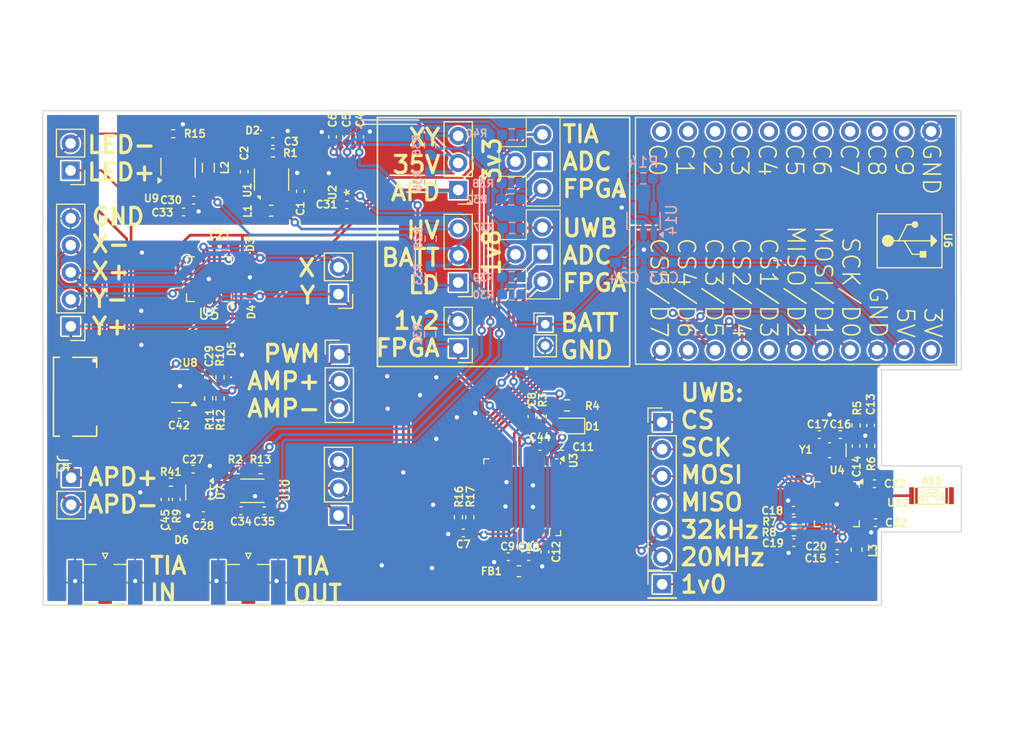
<source format=kicad_pcb>
(kicad_pcb (version 20240108) (generator "pcbnew") (generator_version "8.0")
  (layers (0 "F.Cu" signal) (31 "B.Cu" signal) (34 "B.Paste" user) (35 "F.Paste" user) (36 "B.SilkS" user "B.Silkscreen") (37 "F.SilkS" user "F.Silkscreen") (38 "B.Mask" user) (39 "F.Mask" user) (44 "Edge.Cuts" user))
  (net 0 "")
  (net 1 "GND")
  (net 2 "Net-(AE1-A)")
  (net 3 "/35v")
  (net 4 "/3v3")
  (net 5 "/I_FPGA_3V3")
  (net 6 "Net-(U1-CAP)")
  (net 7 "/1v2")
  (net 8 "/1v8")
  (net 9 "Net-(C13-Pad1)")
  (net 10 "Net-(U3D-VCCPLL)")
  (net 11 "Net-(U4-PLL_TUNE)")
  (net 12 "Net-(J16-Pin_1)")
  (net 13 "Net-(U4-XTAL_C1)")
  (net 14 "Net-(U4-XTAL_C2)")
  (net 15 "Net-(U4-RSTN)")
  (net 16 "Net-(U4-DVDD_1V8)")
  (net 17 "Net-(J11-Pin_2)")
  (net 18 "/ICE40UP5K/PROG_CDONE")
  (net 19 "/ICE40UP5K/PROG_CS")
  (net 20 "/ICE40UP5K/PROG_SCK")
  (net 21 "/ICE40UP5K/PROG_MOSI")
  (net 22 "/ICE40UP5K/PROG_MISO")
  (net 23 "/ICE40UP5K/PROG_CRESET")
  (net 24 "/ICE40UP5K/UWB_CS")
  (net 25 "/ICE40UP5K/UWB_MOSI")
  (net 26 "/ICE40UP5K/UWB_SCK")
  (net 27 "/ICE40UP5K/UWB_MISO")
  (net 28 "/ICE40UP5K/CLK_32.768K")
  (net 29 "/ICE40UP5K/CLK_20.48M")
  (net 30 "/ICE40UP5K/ADC_CLK")
  (net 31 "/ICE40UP5K/ADC_D3")
  (net 32 "/ICE40UP5K/ADC_D4")
  (net 33 "/ICE40UP5K/ADC_D5")
  (net 34 "/ICE40UP5K/ADC_D6")
  (net 35 "/ICE40UP5K/ADC_D7")
  (net 36 "/HVbias/PWM_in")
  (net 37 "/TIA/I_APD")
  (net 38 "/HVbias/HV_bias")
  (net 39 "Net-(J11-Pin_3)")
  (net 40 "Net-(U1-SW)")
  (net 41 "Net-(U4-REG_OUT)")
  (net 42 "Net-(U4-BIAS)")
  (net 43 "/ICE40UP5K/PWM_DAC_1")
  (net 48 "/ICE40UP5K/ADC_A{slash}B")
  (net 51 "/I_35V_BATT")
  (net 52 "/LED_driver/LED-")
  (net 53 "/LED_driver/LED+")
  (net 57 "/LT3494_boost/FB")
  (net 61 "/SR1010_UWB/RFP")
  (net 62 "/SR1010_UWB/RFN")
  (net 63 "/ADG5234/INX")
  (net 64 "/ADG5234/X-")
  (net 65 "/I_FPGA_1V2")
  (net 66 "/ADG5234/X+")
  (net 67 "/I_FPGA_1V8")
  (net 68 "/I_UWB_1V8")
  (net 69 "/I_MIRROR_35V")
  (net 70 "/I_TIA_3V3")
  (net 71 "/I_LED_BATT")
  (net 72 "/BATT")
  (net 73 "/ADG5234/INY")
  (net 74 "Net-(C45-Pad1)")
  (net 75 "/ADG5234/Y+")
  (net 76 "/ADG5234/Y-")
  (net 78 "/ICE40UP5K/PROG_CS2")
  (net 80 "/ADC/ref")
  (net 81 "/I_ADC_3V3")
  (net 82 "/I_ADC_1V8")
  (net 83 "/ADC/SCLK")
  (net 84 "/ADC/SDO")
  (net 85 "/ADC/CS")
  (net 86 "/ADC/vin")
  (net 87 "Net-(U9-SW)")
  (net 88 "Net-(C22-Pad1)")
  (net 102 "Net-(U14-CE)")
  (net 104 "/I_SPAD_35V")
  (net 105 "Net-(U14-PROG)")
  (footprint "Capacitor_SMD:C_0402_1005Metric" (layer "F.Cu") (at 101.2692 131.1148)
    (property "Reference" "C34")
    (property "Value" "100n")
  )
  (footprint "Resistor_SMD:R_0402_1005Metric" (layer "F.Cu") (at 98.2273 120.5484 -90)
    (property "Reference" "R11")
    (property "Value" "100k")
  )
  (footprint "Capacitor_SMD:C_0402_1005Metric" (layer "F.Cu") (at 128.6256 122.2528 -90)
    (property "Reference" "C8")
    (property "Value" "12p")
  )
  (footprint "Capacitor_SMD:C_0402_1005Metric" (layer "F.Cu") (at 104.2636 96.3958)
    (property "Reference" "C3")
    (property "Value" "1u")
  )
  (footprint "Capacitor_SMD:C_0402_1005Metric" (layer "F.Cu") (at 122.174 133.1976 180)
    (property "Reference" "C7")
    (property "Value" "100n")
  )
  (footprint "Connector_PinHeader_2.54mm:PinHeader_1x03_P2.54mm_Vertical" (layer "F.Cu") (at 121.69235 100.94905 180)
    (property "Reference" "J10" (hide yes))
    (property "Value" "Conn_01x03")
  )
  (footprint "Capacitor_SMD:C_0402_1005Metric" (layer "F.Cu") (at 112.4204 95.9612 90)
    (property "Reference" "C4")
    (property "Value" "1u")
  )
  (footprint "Capacitor_SMD:C_0402_1005Metric" (layer "F.Cu") (at 160.9344 132.2324 180)
    (property "Reference" "C32")
    (property "Value" "100n")
  )
  (footprint "Package_TO_SOT_SMD:TSOT-23-6" (layer "F.Cu") (at 95.5349 119.38 180)
    (property "Reference" "U8")
    (property "Value" "ADA4097")
  )
  (footprint "Connector_PinHeader_2.54mm:PinHeader_1x02_P2.54mm_Vertical" (layer "F.Cu") (at 110.4392 110.749 180)
    (property "Reference" "J8" (hide yes))
    (property "Value" "mdrive")
  )
  (footprint "Connector_PinHeader_2.54mm:PinHeader_1x01_P2.54mm_Vertical" (layer "F.Cu") (at 140.8684 138.0236)
    (property "Reference" "J16" (hide yes))
    (property "Value" "Conn_01x01")
  )
  (footprint "Resistor_SMD:R_0402_1005Metric" (layer "F.Cu") (at 103.098 127.254)
    (property "Reference" "R13")
    (property "Value" "100k")
  )
  (footprint "Capacitor_SMD:C_0402_1005Metric" (layer "F.Cu") (at 95.4841 122.0724)
    (property "Reference" "C42")
    (property "Value" "100n")
  )
  (footprint "Capacitor_SMD:C_0402_1005Metric" (layer "F.Cu") (at 99.2632 106.0196)
    (property "Reference" "C21")
    (property "Value" "100n")
  )
  (footprint "Connector_PinHeader_2.54mm:PinHeader_1x02_P2.54mm_Vertical" (layer "F.Cu") (at 85.2424 99.1158 180)
    (property "Reference" "J15" (hide yes))
    (property "Value" "LED conn")
  )
  (footprint "Capacitor_SMD:C_0402_1005Metric" (layer "F.Cu") (at 131.4704 125.0696)
    (property "Reference" "C11")
    (property "Value" "100n")
  )
  (footprint "Diode_SMD:D_0402_1005Metric" (layer "F.Cu") (at 104.2416 95.3516)
    (property "Reference" "D2")
    (property "Value" "D")
  )
  (footprint "Resistor_SMD:R_0402_1005Metric" (layer "F.Cu") (at 99.2941 120.5484 -90)
    (property "Reference" "R12")
    (property "Value" "1.2M")
  )
  (footprint "Capacitor_SMD:C_0402_1005Metric" (layer "F.Cu") (at 155.6512 123.952)
    (property "Reference" "C17")
    (property "Value" "3.9p")
  )
  (footprint "Capacitor_SMD:C_0402_1005Metric" (layer "F.Cu") (at 129.3876 125.0696)
    (property "Reference" "C44")
    (property "Value" "100n")
  )
  (footprint "Connector_Coaxial:SMA_Samtec_SMA-J-P-X-ST-EM1_EdgeMount" (layer "F.Cu") (at 88.4936 137.8744)
    (property "Reference" "J14" (hide yes))
    (property "Value" "Conn_Coaxial")
  )
  (footprint "Capacitor_SMD:C_0402_1005Metric" (layer "F.Cu") (at 109.8804 95.9612 90)
    (property "Reference" "C6")
    (property "Value" "1u")
  )
  (footprint "0_kicad_custom_footprints:MLF-6_MT_MCH" (layer "F.Cu") (at 111.243999 99.3775 90)
    (property "Reference" "U2")
    (property "Value" "MIC5387-SG4YMT-TR")
  )
  (footprint "Connector_PinHeader_2.54mm:PinHeader_1x05_P2.54mm_Vertical" (layer "F.Cu") (at 85.2602 113.7756 180)
    (property "Reference" "J7" (hide yes))
    (property "Value" "Mirror drive")
  )
  (footprint "Capacitor_SMD:C_0402_1005Metric" (layer "F.Cu") (at 153.2128 131.064 180)
    (property "Reference" "C18")
    (property "Value" "100n")
  )
  (footprint "Resistor_SMD:R_0402_1005Metric" (layer "F.Cu") (at 159.1056 123.0884 -90)
    (property "Reference" "R5")
    (property "Value" "390k")
  )
  (footprint "Capacitor_SMD:C_0402_1005Metric" (layer "F.Cu") (at 160.4772 123.0884 -90)
    (property "Reference" "C13")
    (property "Value" "680p")
  )
  (footprint "Resistor_SMD:R_0402_1005Metric" (layer "F.Cu") (at 121.7168 131.7244 -90)
    (property "Reference" "R16")
    (property "Value" "10k")
  )
  (footprint "0_kicad_custom_footprints:Pin-T" (layer "F.Cu") (at 129.61715 98.27165 180)
    (property "Reference" "U11" (hide yes))
    (property "Value" "~")
  )
  (footprint "0_kicad_custom_footprints:Pin-T" (layer "F.Cu") (at 129.61715 107.00925 180)
    (property "Reference" "U13" (hide yes))
    (property "Value" "~")
  )
  (footprint "Connector_PinHeader_2.00mm:PinHeader_1x02_P2.00mm_Vertical" (layer "F.Cu") (at 129.87115 113.57845)
    (property "Reference" "J1" (hide yes))
    (property "Value" "Conn_01x02")
  )
  (footprint "Capacitor_SMD:C_0402_1005Metric" (layer "F.Cu") (at 95.8596 103.0224)
    (property "Reference" "C33")
    (property "Value" "1u")
  )
  (footprint "Package_DFN_QFN:QFN-28-1EP_4x4mm_P0.4mm_EP2.3x2.3mm" (layer "F.Cu") (at 157.3 130.5 -90)
    (property "Reference" "U4")
    (property "Value" "SR10x0")
  )
  (footprint "Capacitor_SMD:C_0402_1005Metric" (layer "F.Cu") (at 153.2636 134.112 180)
    (property "Reference" "C19")
    (property "Value" "100n")
  )
  (footprint "Resistor_SMD:R_0402_1005Metric" (layer "F.Cu") (at 100.9644 127.254 180)
    (property "Reference" "R2")
    (property "Value" "100k")
  )
  (footprint "Resistor_SMD:R_0402_1005Metric" (layer "F.Cu") (at 104.2636 97.4626 180)
    (property "Reference" "R1")
    (property "Value" "5M")
  )
  (footprint "Capacitor_SMD:C_0402_1005Metric" (layer "F.Cu") (at 157.3276 135.5852 180)
    (property "Reference" "C15")
    (property "Value" "1u")
  )
  (footprint "Diode_SMD:D_0402_1005Metric" (layer "F.Cu") (at 102.108 107.95 -90)
    (property "Reference" "D3")
    (property "Value" "D")
  )
  (footprint "Package_TO_SOT_SMD:SOT-363_SC-70-6" (layer "F.Cu") (at 97.22705 129.3887 -90)
    (property "Reference" "U7")
    (property "Value" "OPA838SIDCKT")
  )
  (footprint "Package_TO_SOT_SMD:SOT-23-6_Handsoldering" (layer "F.Cu") (at 95.3516 98.8568 90)
    (property "Reference" "U9")
    (property "Value" "AP3036B")
  )
  (footprint "Inductor_SMD:L_0603_1608Metric_Pad1.05x0.95mm_HandSolder" (layer "F.Cu") (at 104.1112 102.8982 180)
    (property "Reference" "L1")
    (property "Value" "15u")
  )
  (footprint "LED_SMD:LED_0603_1608Metric_Pad1.05x0.95mm_HandSolder" (layer "F.Cu") (at 131.9276 123.1392 180)
    (property "Reference" "D1")
    (property "Value" "LED")
  )
  (footprint "Inductor_SMD:L_0805_2012Metric_Pad1.05x1.20mm_HandSolder" (layer "F.Cu") (at 98.1964 98.8568 -90)
    (property "Reference" "L2")
    (property "Value" "4.7u")
  )
  (footprint "Package_DFN_QFN:QFN-48-1EP_7x7mm_P0.5mm_EP5.6x5.6mm" (layer "F.Cu") (at 127.7112 129.8448 -90)
    (property "Reference" "U3")
    (property "Value" "ICE40UP5K-SG48ITR")
  )
  (footprint "Capacitor_SMD:C_0402_1005Metric" (layer "F.Cu") (at 96.76065 127.2032)
    (property "Reference" "C27")
    (property "Value" "100n")
  )
  (footprint "Capacitor_SMD:C_0402_1005Metric" (layer "F.Cu") (at 106.8544 101.0694 90)
    (property "Reference" "C1")
    (property "Value" "1u")
  )
  (footprint "Connector_PinHeader_2.54mm:PinHeader_1x06_P2.54mm_Vertical" (layer "F.Cu") (at 140.8684 122.7836)
    (property "Reference" "J4" (hide yes))
    (property "Value" "Conn_01x06")
  )
  (footprint "Capacitor_SMD:C_0402_1005Metric" (layer "F.Cu") (at 96.8248 101.9048)
    (property "Reference" "C30")
    (property "Value" "1u")
  )
  (footprint "Capacitor_SMD:C_0402_1005Metric" (layer "F.Cu") (at 97.72585 131.572 180)
    (property "Reference" "C28")
    (property "Value" "100n")
  )
  (footprint "Capacitor_SMD:C_0402_1005Metric" (layer "F.Cu") (at 128.3208 135.4328)
    (property "Reference" "C10")
    (property "Value" "100n")
  )
  (footprint "Resistor_SMD:R_0402_1005Metric" (layer "F.Cu") (at 99.2941 118.5672 -90)
    (property "Reference" "R10")
    (property "Value" "100k")
  )
  (footprint "Connector_PinHeader_2.54mm:PinHeader_1x03_P2.54mm_Vertical" (layer "F.Cu") (at 121.69235 109.65085 180)
    (property "Reference" "J2" (hide yes))
    (property "Value" "Conn_01x03")
  )
  (footprint "Resistor_SMD:R_0402_1005Metric" (layer "F.Cu") (at 94.8944 95.6564 180)
    (property "Reference" "R15")
    (property "Value" "4.7")
  )
  (footprint "Resistor_SMD:R_0402_1005Metric" (layer "F.Cu") (at 122.7836 131.7244 90)
    (property "Reference" "R17")
    (property "Value" "10k")
  )
  (footprint "Capacitor_SMD:C_0402_1005Metric" (layer "F.Cu") (at 101.5712 99.2406 -90)
    (property "Reference" "C2")
    (property "Value" "0.22u")
  )
  (footprint "Resistor_SMD:R_0402_1005Metric" (layer "F.Cu") (at 129.5908 122.2756 -90)
    (property "Reference" "R3")
    (property "Value" "10k")
  )
  (footprint "Capacitor_SMD:C_0402_1005Metric" (layer "F.Cu") (at 159.1056 125.0188 -90)
    (property "Reference" "C14")
    (property "Value" "68p")
  )
  (footprint "Capacitor_SMD:C_0402_1005Metric" (layer "F.Cu") (at 103.4536 131.1148 180)
    (property "Reference" "C35")
    (property "Value" "100n")
  )
  (footprint "Inductor_SMD:L_0603_1608Metric_Pad1.05x0.95mm_HandSolder" (layer "F.Cu") (at 127.4064 136.8044 180)
    (property "Reference" "FB1")
    (property "Value" "FerriteBead_Small")
  )
  (footprint "Capacitor_SMD:C_0402_1005Metric" (layer "F.Cu") (at 157.3276 134.4168 180)
    (property "Reference" "C20")
    (property "Value" "100n")
  )
  (footprint "0_kicad_custom_footprints:CSP_BALUN" (layer "F.Cu") (at 161.2 130.35 -90)
    (property "Reference" "U12")
    (property "Value" "CSP_BALUN")
  )
  (footprint "Diode_SMD:D_0402_1005Metric" (layer "F.Cu") (at 100.3365 117.474 90)
    (property "Reference" "D5")
    (property "Value" "D")
  )
  (footprint "Resistor_SMD:R_0402_1005Metric" (layer "F.Cu") (at 94.67785 128.4224)
    (property "Reference" "R41")
    (property "Value" "50")
  )
  (footprint "0_kicad_custom_footprints:CONN_FH19C-10S-0.5SH10_HIR" (layer "F.Cu") (at 85.665851 120.396 -90)
    (property "Reference" "J5")
    (property "Value" "FH19C-10S-0.5SH10" (hide yes))
  )
  (footprint "Capacitor_SMD:C_0402_1005Metric" (layer "F.Cu") (at 111.2012 95.9612 90)
    (property "Reference" "C5")
    (property "Value" "1u")
  )
  (footprint "Capacitor_SMD:C_0402_1005Metric" (layer "F.Cu") (at 94.11905 130.048 -90)
    (property "Reference" "C45")
    (property "Value" "50p")
  )
  (footprint "Package_SO:VSSOP-8_2.3x2mm_P0.5mm" (layer "F.Cu") (at 102.336 129.2352 180)
    (property "Reference" "U10")
    (property "Value" "ADS7040xDCU")
  )
  (footprint "Resistor_SMD:R_0402_1005Metric" (layer "F.Cu") (at 153.2636 133.096)
    (property "Reference" "R8")
    (property "Value" "0")
  )
  (footprint "Package_DFN_QFN:QFN-20-1EP_4x4mm_P0.5mm_EP2.6x2.6mm" (layer "F.Cu") (at 98.2583 109.3326 180)
    (property "Reference" "U5")
    (property "Value" "ADG5234_QFN")
  )
  (footprint "0_kicad_custom_footprints:antenna_footprint" (layer "F.Cu") (at 166.2 129.7)
    (property "Reference" "AE1")
    (property "Value" "Antenna")
  )
  (footprint "Connector_PinHeader_2.54mm:PinHeader_1x03_P2.54mm_Vertical" (layer "F.Cu") (at 110.5132 116.4006)
    (property "Reference" "J11" (hide yes))
    (property "Value" "Conn_01x03")
  )
  (footprint "Connector_Coaxial:SMA_Samtec_SMA-J-P-X-ST-EM1_EdgeMount" (layer "F.Cu") (at 101.9556 137.8744)
    (property "Reference" "J3" (hide yes))
    (property "Value" "Conn_Coaxial")
  )
  (footprint "Capacitor_SMD:C_0402_1005Metric" (layer "F.Cu") (at 111.225999 102.3456 180)
    (property "Reference" "C31")
    (property "Value" "1u")
  )
  (footprint "Connector_PinHeader_2.54mm:PinHeader_1x02_P2.54mm_Vertical" (layer "F.Cu") (at 85.2932 128.011)
    (property "Reference" "J9" (hide yes))
    (property "Value" "APD_conn")
  )
  (footprint "Connector_PinHeader_2.54mm:PinHeader_1x03_P2.54mm_Vertical" (layer "F.Cu") (at 110.4392 131.557 180)
    (property "Reference" "J6" (hide yes))
    (property "Value" "Conn_01x03")
  )
  (footprint "Inductor_SMD:L_0603_1608Metric" (layer "F.Cu") (at 159.1564 134.7724 90)
    (property "Reference" "L3")
    (property "Value" "180n")
  )
  (footprint "0_kicad_custom_footprints:adafruit_FT232H" (layer "F.Cu") (at 153.4668 105.7288 -90)
    (property "Reference" "U6")
    (property "Value" "~")
  )
  (footprint "Diode_SMD:D_0402_1005Metric" (layer "F.Cu") (at 95.6812 132.842)
    (property "Reference" "D6")
    (property "Value" "D")
  )
  (footprint "Connector_PinHeader_2.54mm:PinHeader_1x02_P2.54mm_Vertical" (layer "F.Cu") (at 121.69235 115.84845 180)
    (property "Reference" "J12" (hide yes))
    (property "Value" "Conn_01x02")
  )
  (footprint "Package_DFN_QFN:DFN-8-1EP_2x3mm_P0.5mm_EP0.56x2.15mm" (layer "F.Cu") (at 104.14 99.9744 90)
    (property "Reference" "U1")
    (property "Value" "LT3494")
  )
  (footprint "Capacitor_SMD:C_0402_1005Metric" (layer "F.Cu") (at 160.8328 128.5748 180)
    (property "Reference" "C22")
    (property "Value" "100n")
  )
  (footprint "Crystal:Crystal_SMD_MicroCrystal_CM9V-T1A-2Pin_1.6x1.0mm_HandSoldering" (layer "F.Cu") (at 156.6164 125.4252 180)
    (property "Reference" "Y1")
    (property "Value" "32.768kHz")
  )
  (footprint "Resistor_SMD:R_0402_1005Metric" (layer "F.Cu") (at 160.4772 125.0188 -90)
    (property "Reference" "R6")
    (property "Value" "2.2M")
  )
  (footprint "Capacitor_SMD:C_0402_1005Metric" (layer "F.Cu") (at 95.18585 130.048 90)
    (property "Reference" "R9")
    (property "Value" "TIA_FB")
  )
  (footprint "Capacitor_SMD:C_0402_1005Metric" (layer "F.Cu") (at 157.6324 123.952 180)
    (property "Reference" "C16")
    (property "Value" "3.9p")
  )
  (footprint "Resistor_SMD:R_0402_1005Metric" (layer "F.Cu") (at 153.2636 132.08 180)
    (property "Reference" "R7")
    (property "Value" "380k")
  )
  (footprint "Diode_SMD:D_0402_1005Metric" (layer "F.Cu") (at 102.108 110.3884 90)
    (property "Reference" "D4")
    (property "Value" "D")
  )
  (footprint "Capacitor_SMD:C_0402_1005Metric" (layer "F.Cu") (at 98.2273 118.5672 -90)
    (property "Reference" "C29")
    (property "Value" "100n")
  )
  (footprint "Resistor_SMD:R_0603_1608Metric_Pad0.98x0.95mm_HandSolder" (layer "F.Cu") (at 131.9276 121.2088)
    (property "Reference" "R4")
    (property "Value" "1k")
  )
  (footprint "Capacitor_SMD:C_0402_1005Metric" (layer "F.Cu") (at 129.8448 134.9756 -90)
    (property "Reference" "C12")
    (property "Value" "100n")
  )
  (footprint "Capacitor_SMD:C_0402_1005Metric" (layer "F.Cu") (at 126.3904 135.4328 180)
    (property "Reference" "C9")
    (property "Value" "100n")
  )
  (footprint "Resistor_SMD:R_0603_1608Metric_Pad0.98x0.95mm_HandSolder" (layer "B.Cu") (at 119.05075 96.74765 90)
    (property "Reference" "R36")
    (property "Value" "1")
  )
  (footprint "Capacitor_SMD:C_0603_1608Metric_Pad1.08x0.95mm_HandSolder" (layer "B.Cu") (at 140.97745 107.781249 180)
    (property "Reference" "C23")
    (property "Value" "1u")
  )
  (footprint "Resistor_SMD:R_0603_1608Metric_Pad0.98x0.95mm_HandSolder" (layer "B.Cu") (at 126.72155 95.73165)
    (property "Reference" "R40")
    (property "Value" "1")
  )
  (footprint "Resistor_SMD:R_0603_1608Metric_Pad0.98x0.95mm_HandSolder" (layer "B.Cu") (at 126.67075 100.30365 180)
    (property "Reference" "R38")
    (property "Value" "1")
  )
  (footprint "Capacitor_SMD:C_0603_1608Metric_Pad1.08x0.95mm_HandSolder" (layer "B.Cu") (at 137.31985 107.781249)
    (property "Reference" "C24")
    (property "Value" "1u")
  )
  (footprint "Resistor_SMD:R_0603_1608Metric_Pad0.98x0.95mm_HandSolder" (layer "B.Cu") (at 126.72155 110.76845)
    (property "Reference" "R30")
    (property "Value" "1")
  )
  (footprint "Resistor_SMD:R_0603_1608Metric_Pad0.98x0.95mm_HandSolder" (layer "B.Cu") (at 126.67075 101.82765 180)
    (property "Reference" "R32")
    (property "Value" "1")
  )
  (footprint "Resistor_SMD:R_0603_1608Metric_Pad0.98x0.95mm_HandSolder" (layer "B.Cu") (at 126.72155 109.14285 180)
    (property "Reference" "R39")
    (property "Value" "1")
  )
  (footprint "Resistor_SMD:R_0603_1608Metric_Pad0.98x0.95mm_HandSolder" (layer "B.Cu") (at 119.10155 108.99045 -90)
    (property "Reference" "R33")
    (property "Value" "1")
  )
  (footprint "Resistor_SMD:R_0603_1608Metric_Pad0.98x0.95mm_HandSolder" (layer "B.Cu") (at 126.77235 104.52005)
    (property "Reference" "R37")
    (property "Value" "1")
  )
  (footprint "Resistor_SMD:R_0603_1608Metric_Pad0.98x0.95mm_HandSolder" (layer "B.Cu") (at 139.09785 99.856449)
    (property "Reference" "R14")
    (property "Value" "10k")
  )
  (footprint "Resistor_SMD:R_0603_1608Metric_Pad0.98x0.95mm_HandSolder" (layer "B.Cu") (at 119.10155 105.53605 90)
    (property "Reference" "R28")
    (property "Value" "1")
  )
  (footprint "Resistor_SMD:R_0603_1608Metric_Pad0.98x0.95mm_HandSolder" (layer "B.Cu") (at 119.05075 100.15125 -90)
    (property "Reference" "R35")
    (property "Value" "1")
  )
  (footprint "Package_TO_SOT_SMD:SOT-23-5" (layer "B.Cu") (at 139.12195 103.846249 90)
    (property "Reference" "U14")
    (property "Value" "MCP73812T-420I-OT")
  )
  (footprint "Resistor_SMD:R_0603_1608Metric_Pad0.98x0.95mm_HandSolder" (layer "B.Cu") (at 119.05075 114.52765 -90)
    (property "Reference" "R31")
    (property "Value" "1")
  )
  (gr_rect (start 114.0968 94.1324) (end 137.8204 117.5512) (stroke (width 0.15)) (fill none) (layer "F.SilkS"))
  (gr_line (start 82.6644 140) (end 82.632 93.5) (stroke (width 0.1)) (layer "Edge.Cuts"))
  (gr_line (start 161.4932 140) (end 82.6644 140) (stroke (width 0.1)) (layer "Edge.Cuts"))
  (gr_line (start 161.5 133.1) (end 161.4932 140) (stroke (width 0.1)) (layer "Edge.Cuts"))
  (gr_line (start 161.5 117.856) (end 161.5 126.9) (stroke (width 0.1)) (layer "Edge.Cuts"))
  (gr_line (start 169 126.9) (end 169 133.1) (stroke (width 0.1)) (layer "Edge.Cuts"))
  (gr_line (start 82.632 93.5) (end 168.9608 93.5) (stroke (width 0.1)) (layer "Edge.Cuts"))
  (gr_line (start 161.5 126.9) (end 169 126.9) (stroke (width 0.1)) (layer "Edge.Cuts"))
  (gr_line (start 168.9608 93.5) (end 169 117.856) (stroke (width 0.1)) (layer "Edge.Cuts"))
  (gr_line (start 169 133.1) (end 161.5 133.1) (stroke (width 0.1)) (layer "Edge.Cuts"))
  (gr_line (start 169 117.856) (end 161.5 117.856) (stroke (width 0.1)) (layer "Edge.Cuts"))
  (gr_text "UWB\nADC\nFPGA" (at 131.34435 107.11085 0) (layer "F.SilkS") (effects (font (size 1.6 1.6) (thickness 0.3)) (justify left)))
  (gr_text "LED-\nLED+" (at 86.6648 97.9932 0) (layer "F.SilkS") (effects (font (size 1.6 1.6) (thickness 0.3)) (justify left)))
  (gr_text "TIA\nADC\nFPGA" (at 131.34435 98.27165 0) (layer "F.SilkS") (effects (font (size 1.6 1.6) (thickness 0.3)) (justify left)))
  (gr_text "UWB:\nCS\nSCK\nMOSI\nMISO\n32kHz\n20MHz\n1v0" (at 142.4432 129.032 0) (layer "F.SilkS") (effects (font (size 1.6 1.6) (thickness 0.3)) (justify left)))
  (gr_text "HV\nBATT\nLD" (at 120.11755 107.31405 0) (layer "F.SilkS") (effects (font (size 1.6 1.6) (thickness 0.3)) (justify right)))
  (gr_text "TIA\nOUT" (at 105.9688 137.6172 0) (layer "F.SilkS") (effects (font (size 1.6 1.6) (thickness 0.3)) (justify left)))
  (gr_text "1v8" (at 124.84195 109.14285 90) (layer "F.SilkS") (effects (font (size 1.6 1.6) (thickness 0.3)) (justify left)))
  (gr_text "X\nY" (at 108.4072 109.5756 0) (layer "F.SilkS") (effects (font (size 1.6 1.6) (thickness 0.3)) (justify right)))
  (gr_text "BATT\nGND" (at 131.14115 114.73085 0) (layer "F.SilkS") (effects (font (size 1.6 1.6) (thickness 0.3)) (justify left)))
  (gr_text "3v3" (at 124.89275 100.50685 90) (layer "F.SilkS") (effects (font (size 1.6 1.6) (thickness 0.3)) (justify left)))
  (gr_text "1v2\nFPGA" (at 120.11755 114.52765 0) (layer "F.SilkS") (effects (font (size 1.6 1.6) (thickness 0.3)) (justify right)))
  (gr_text "PWM\nAMP+\nAMP-" (at 108.8644 118.9228 0) (layer "F.SilkS") (effects (font (size 1.6 1.6) (thickness 0.3)) (justify right)))
  (gr_text "GND\nX-\nX+\nY-\nY+" (at 87.0712 108.6104 0) (layer "F.SilkS") (effects (font (size 1.6 1.6) (thickness 0.3)) (justify left)))
  (gr_text "XY\n35V\nAPD" (at 120.16835 98.57645 0) (layer "F.SilkS") (effects (font (size 1.6 1.6) (thickness 0.3)) (justify right)))
  (gr_text "TIA\nIN" (at 92.5576 137.5664 0) (layer "F.SilkS") (effects (font (size 1.6 1.6) (thickness 0.3)) (justify left)))
  (gr_text "APD+\nAPD-" (at 86.7156 129.2352 0) (layer "F.SilkS") (effects (font (size 1.6 1.6) (thickness 0.3)) (justify left)))
  (segment (start 95.4044 95.2264) (end 95.8088 94.822) (width 0.25) (layer "F.Cu") (net 1))
  (segment (start 95.3516 95.7092) (end 95.4044 95.6564) (width 0.25) (layer "F.Cu") (net 1))
  (segment (start 97.2312 102.9716) (end 97.282 102.9716) (width 0.25) (layer "F.Cu") (net 1))
  (segment (start 95.8088 94.7712) (end 95.8596 94.7712) (width 0.25) (layer "F.Cu") (net 1))
  (segment (start 95.4044 95.6564) (end 95.4044 95.2264) (width 0.25) (layer "F.Cu") (net 1))
  (segment (start 125.0696 135.9408) (end 125.5776 135.4328) (width 0.25) (layer "F.Cu") (net 1))
  (segment (start 98.38625 126.8984) (end 98.33545 126.9492) (width 0.25) (layer "F.Cu") (net 1))
  (segment (start 125.5776 135.4328) (end 125.9104 135.4328) (width 0.25) (layer "F.Cu") (net 1))
  (segment (start 129.54 136.3472) (end 129.6416 136.2456) (width 0.25) (layer "F.Cu") (net 1))
  (segment (start 110.744 99.519599) (end 110.886099 99.3775) (width 0.25) (layer "F.Cu") (net 1))
  (segment (start 97.22705 128.4387) (end 97.22705 127.2168) (width 0.25) (layer "F.Cu") (net 1))
  (segment (start 97.282 102.9716) (end 97.282 102.9208) (width 0.25) (layer "F.Cu") (net 1))
  (segment (start 109.5883 99.3775) (end 109.5756 99.3648) (width 0.25) (layer "F.Cu") (net 1))
  (segment (start 159.992 124.0536) (end 160.4772 123.5684) (width 0.1524) (layer "F.Cu") (net 1))
  (segment (start 110.886099 99.3775) (end 111.243999 99.3775) (width 0.25) (layer "F.Cu") (net 1))
  (segment (start 95.3516 97.5068) (end 95.3516 95.7092) (width 0.25) (layer "F.Cu") (net 1))
  (segment (start 97.22705 127.2168) (end 97.24065 127.2032) (width 0.25) (layer "F.Cu") (net 1))
  (segment (start 104.7436 95.5546) (end 104.8958 95.4024) (width 0.25) (layer "F.Cu") (net 1))
  (segment (start 160.5052 133.124) (end 160.528 133.1468) (width 0.25) (layer "F.Cu") (net 1))
  (segment (start 159.9692 124.0536) (end 160.4244 124.5088) (width 0.1524) (layer "F.Cu") (net 1))
  (segment (start 95.8088 94.822) (end 95.8088 94.7712) (width 0.25) (layer "F.Cu") (net 1))
  (segment (start 120.7516 133.2992) (end 120.904 133.1468) (width 0.25) (layer "F.Cu") (net 1))
  (segment (start 102.108 109.1692) (end 102.108 108.435) (width 0.25) (layer "F.Cu") (net 1))
  (segment (start 152.7836 135.0492) (end 152.7556 135.0772) (width 0.1524) (layer "F.Cu") (net 1))
  (segment (start 113.312 95.4812) (end 113.284 95.4532) (width 0.25) (layer "F.Cu") (net 1))
  (segment (start 109.5756 99.3648) (end 109.5248 99.3648) (width 0.25) (layer "F.Cu") (net 1))
  (segment (start 108.8644 95.504) (end 108.8872 95.4812) (width 0.25) (layer "F.Cu") (net 1))
  (segment (start 109.5248 99.314) (end 109.5756 99.3648) (width 0.25) (layer "F.Cu") (net 1))
  (segment (start 98.33545 126.9492) (end 98.33545 126.8984) (width 0.25) (layer "F.Cu") (net 1))
  (segment (start 160.4544 132.2324) (end 160.4544 132.1588) (width 0.1524) (layer "F.Cu") (net 1))
  (segment (start 113.284 95.4532) (end 113.3856 95.4532) (width 0.25) (layer "F.Cu") (net 1))
  (segment (start 109.5248 99.3648) (end 109.5248 99.314) (width 0.25) (layer "F.Cu") (net 1))
  (segment (start 152.7836 130.2146) (end 152.7186 130.1496) (width 0.25) (layer "F.Cu") (net 1))
  (segment (start 129.8448 136.0424) (end 129.5908 136.2964) (width 0.25) (layer "F.Cu") (net 1))
  (segment (start 104.7436 96.3958) (end 104.7436 95.5546) (width 0.25) (layer "F.Cu") (net 1))
  (segment (start 125.0696 135.9408) (end 124.9172 135.7884) (width 0.25) (layer "F.Cu") (net 1))
  (segment (start 105.664 95.4024) (end 104.8958 95.4024) (width 0.25) (layer "F.Cu") (net 1))
  (segment (start 159.9692 124.0536) (end 159.992 124.0536) (width 0.1524) (layer "F.Cu") (net 1))
  (segment (start 129.5908 136.2964) (end 129.5908 136.3472) (width 0.25) (layer "F.Cu") (net 1))
  (segment (start 96.1662 131.70925) (end 96.30345 131.572) (width 0.25) (layer "F.Cu") (net 1))
  (segment (start 132.8401 123.1017) (end 132.8026 123.1392) (width 0.25) (layer "F.Cu") (net 1))
  (segment (start 129.5908 136.3472) (end 129.54 136.3472) (width 0.25) (layer "F.Cu") (net 1))
  (segment (start 129.822 135.4328) (end 129.8448 135.4556) (width 0.25) (layer "F.Cu") (net 1))
  (segment (start 113.3856 95.5548) (end 113.3348 95.504) (width 0.25) (layer "F.Cu") (net 1))
  (segment (start 96.30345 131.572) (end 96.40505 131.572) (width 0.25) (layer "F.Cu") (net 1))
  (segment (start 97.282 102.9208) (end 97.3048 102.898) (width 0.25) (layer "F.Cu") (net 1))
  (segment (start 152.7836 131.064) (end 152.7836 130.2146) (width 0.25) (layer "F.Cu") (net 1))
  (segment (start 102.108 109.9034) (end 102.108 109.1692) (width 0.25) (layer "F.Cu") (net 1))
  (segment (start 97.1804 103.0224) (end 97.2312 102.9716) (width 0.25) (layer "F.Cu") (net 1))
  (segment (start 110.744 102.343601) (end 110.745999 102.3456) (width 0.25) (layer "F.Cu") (net 1))
  (segment (start 129.8448 135.4556) (end 129.8448 136.0424) (width 0.25) (layer "F.Cu") (net 1))
  (segment (start 160.4244 124.5088) (end 160.4772 124.5088) (width 0.1524) (layer "F.Cu") (net 1))
  (segment (start 98.33545 126.8984) (end 98.38625 126.8984) (width 0.25) (layer "F.Cu") (net 1))
  (segment (start 113.3856 95.4532) (end 113.3856 95.5548) (width 0.25) (layer "F.Cu") (net 1))
  (segment (start 152.7836 134.112) (end 152.7836 135.0492) (width 0.1524) (layer "F.Cu") (net 1))
  (segment (start 128.8008 135.4328) (end 129.822 135.4328) (width 0.25) (layer "F.Cu") (net 1))
  (segment (start 95.8596 94.7712) (end 95.8596 94.7712) (width 0.25) (layer "F.Cu") (net 1))
  (via (at 87.4776 116.9924) (size 0.8) (drill 0.4) (layers "F.Cu" "B.Cu") (net 1))
  (via (at 115.062 121.5136) (size 0.8) (drill 0.4) (layers "F.Cu" "B.Cu") (net 1))
  (via (at 118.11 120.2436) (size 0.8) (drill 0.4) (layers "F.Cu" "B.Cu") (net 1))
  (via (at 128.7272 128.7272) (size 0.8) (drill 0.4) (layers "F.Cu" "B.Cu") (net 1))
  (via (at 106.5496 99.3422) (size 0.8) (drill 0.4) (layers "F.Cu" "B.Cu") (net 1))
  (via (at 137.06585 101.482049) (size 0.8) (drill 0.4) (layers "F.Cu" "B.Cu") (net 1))
  (via (at 95.8088 94.7712) (size 0.8) (drill 0.4) (layers "F.Cu" "B.Cu") (net 1))
  (via (at 152.7556 135.0772) (size 0.8) (drill 0.4) (layers "F.Cu" "B.Cu") (net 1))
  (via (at 126.1364 130.7084) (size 0.8) (drill 0.4) (layers "F.Cu" "B.Cu") (net 1))
  (via (at 98.33545 126.8984) (size 0.8) (drill 0.4) (layers "F.Cu" "B.Cu") (net 1))
  (via (at 119.634 118.5672) (size 0.8) (drill 0.4) (layers "F.Cu" "B.Cu") (net 1))
  (via (at 159.9692 124.0536) (size 0.8) (drill 0.4) (layers "F.Cu" "B.Cu") (net 1))
  (via (at 160.528 133.1468) (size 0.8) (drill 0.4) (layers "F.Cu" "B.Cu") (net 1))
  (via (at 119.3292 130.556) (size 0.8) (drill 0.4) (layers "F.Cu" "B.Cu") (net 1))
  (via (at 109.5248 99.3648) (size 0.8) (drill 0.4) (layers "F.Cu" "B.Cu") (net 1))
  (via (at 119.2276 136.4996) (size 0.8) (drill 0.4) (layers "F.Cu" "B.Cu") (net 1))
  (via (at 98.2429 109.3214) (size 0.8) (drill 0.4) (layers "F.Cu" "B.Cu") (net 1))
  (via (at 91.8972 112.3188) (size 0.8) (drill 0.4) (layers "F.Cu" "B.Cu") (net 1))
  (via (at 85.6686 137.722) (size 0.8) (drill 0.4) (layers "F.Cu" "B.Cu") (net 1))
  (via (at 120.7516 133.2992) (size 0.8) (drill 0.4) (layers "F.Cu" "B.Cu") (net 1))
  (via (at 114.5032 136.2456) (size 0.8) (drill 0.4) (layers "F.Cu" "B.Cu") (net 1))
  (via (at 119.634 124.3584) (size 0.8) (drill 0.4) (layers "F.Cu" "B.Cu") (net 1))
  (via (at 115.0112 118.4656) (size 0.8) (drill 0.4) (layers "F.Cu" "B.Cu") (net 1))
  (via (at 91.7956 129.3876) (size 0.8) (drill 0.4) (layers "F.Cu" "B.Cu") (net 1))
  (via (at 152.7186 130.1496) (size 0.8) (drill 0.4) (layers "F.Cu" "B.Cu") (net 1))
  (via (at 104.6084 137.7188) (size 0.8) (drill 0.4) (layers "F.Cu" "B.Cu") (net 1))
  (via (at 121.5644 122.3264) (size 0.8) (drill 0.4) (layers "F.Cu" "B.Cu") (net 1))
  (via (at 156.6164 122.0724) (size 0.8) (drill 0.4) (layers "F.Cu" "B.Cu") (net 1))
  (via (at 130.1496 124.1552) (size 0.8) (drill 0.4) (layers "F.Cu" "B.Cu") (net 1))
  (via (at 157.3 130.5) (size 0.8) (drill 0.4) (layers "F.Cu" "B.Cu") (net 1))
  (via (at 129.5908 136.3472) (size 0.8) (drill 0.4) (layers "F.Cu" "B.Cu") (net 1))
  (via (at 113.3856 95.4532) (size 0.8) (drill 0.4) (layers "F.Cu" "B.Cu") (net 1))
  (via (at 137.06585 102.599649) (size 0.8) (drill 0.4) (layers "F.Cu" "B.Cu") (net 1))
  (via (at 126.238 128.4224) (size 0.8) (drill 0.4) (layers "F.Cu" "B.Cu") (net 1))
  (via (at 125.0696 135.9408) (size 0.8) (drill 0.4) (layers "F.Cu" "B.Cu") (net 1))
  (via (at 97.282 102.9716) (size 0.8) (drill 0.4) (layers "F.Cu" "B.Cu") (net 1))
  (via (at 91.948 106.8324) (size 0.8) (drill 0.4) (layers "F.Cu" "B.Cu") (net 1))
  (via (at 98.9584 137.7188) (size 0.8) (drill 0.4) (layers "F.Cu" "B.Cu") (net 1))
  (via (at 128.1176 117.7036) (size 0.8) (drill 0.4) (layers "F.Cu" "B.Cu") (net 1))
  (via (at 139.14865 106.562049) (size 0.8) (drill 0.4) (layers "F.Cu" "B.Cu") (net 1))
  (via (at 105.664 95.4024) (size 0.8) (drill 0.4) (layers "F.Cu" "B.Cu") (net 1))
  (via (at 123.2916 121.92) (size 0.8) (drill 0.4) (layers "F.Cu" "B.Cu") (net 1))
  (via (at 102.108 109.1692) (size 0.8) (drill 0.4) (layers "F.Cu" "B.Cu") (net 1))
  (via (at 116.5352 127.508) (size 0.8) (drill 0.4) (layers "F.Cu" "B.Cu") (net 1))
  (via (at 91.3186 137.722) (size 0.8) (drill 0.4) (layers "F.Cu" "B.Cu") (net 1))
  (via (at 128.7272 130.7592) (size 0.8) (drill 0.4) (layers "F.Cu" "B.Cu") (net 1))
  (via (at 101.3525 116.458) (size 0.8) (drill 0.4) (layers "F.Cu" "B.Cu") (net 1))
  (via (at 91.8972 115.5192) (size 0.8) (drill 0.4) (layers "F.Cu" "B.Cu") (net 1))
  (via (at 96.30345 131.572) (size 0.8) (drill 0.4) (layers "F.Cu" "B.Cu") (net 1))
  (via (at 95.5349 119.38) (size 0.8) (drill 0.4) (layers "F.Cu" "B.Cu") (net 1))
  (via (at 108.8644 95.504) (size 0.8) (drill 0.4) (layers "F.Cu" "B.Cu") (net 1))
  (via (at 102.59 129.7432) (size 0.8) (drill 0.4) (layers "F.Cu" "B.Cu") (net 1))
  (via (at 159.3088 128.524) (size 0.8) (drill 0.4) (layers "F.Cu" "B.Cu") (net 1))
  (segment (start 139.12195 106.841649) (end 138.18235 107.781249) (width 0.25) (layer "B.Cu") (net 1))
  (segment (start 139.12195 106.588749) (end 139.12195 106.841649) (width 0.25) (layer "B.Cu") (net 1))
  (segment (start 139.12195 104.983749) (end 139.12195 104.32125) (width 0.25) (layer "B.Cu") (net 1))
  (segment (start 139.12195 106.788249) (end 140.11495 107.781249) (width 0.25) (layer "B.Cu") (net 1))
  (segment (start 139.14865 106.562049) (end 139.12195 106.588749) (width 0.25) (layer "B.Cu") (net 1))
  (segment (start 139.12195 104.983749) (end 139.12195 106.788249) (width 0.25) (layer "B.Cu") (net 1))
  (segment (start 139.12195 104.32125) (end 138.771949 103.971249) (width 0.25) (layer "B.Cu") (net 1))
  (segment (start 138.771949 103.971249) (end 137.72625 103.971249) (width 0.25) (layer "B.Cu") (net 1))
  (segment (start 139.12195 106.535349) (end 139.14865 106.562049) (width 0.25) (layer "B.Cu") (net 1))
  (segment (start 137.06585 100.975949) (end 138.18535 99.856449) (width 0.25) (layer "B.Cu") (net 1))
  (segment (start 137.06585 103.310849) (end 137.06585 102.599649) (width 0.25) (layer "B.Cu") (net 1))
  (segment (start 139.12195 104.983749) (end 139.12195 106.535349) (width 0.25) (layer "B.Cu") (net 1))
  (segment (start 137.06585 101.482049) (end 137.06585 100.975949) (width 0.25) (layer "B.Cu") (net 1))
  (segment (start 137.72625 103.971249) (end 137.06585 103.310849) (width 0.25) (layer "B.Cu") (net 1))
  (segment (start 137.06585 102.599649) (end 137.06585 101.482049) (width 0.25) (layer "B.Cu") (net 1))
  (segment (start 164.5 129.7) (end 161.875 129.7) (width 0.25) (layer "F.Cu") (net 2))
  (segment (start 103.7566 95.3516) (end 103.7566 95.031601) (width 0.25) (layer "F.Cu") (net 3))
  (segment (start 103.89 99.0369) (end 103.89 97.599) (width 0.25) (layer "F.Cu") (net 3))
  (segment (start 103.7536 97.4626) (end 103.7536 96.4258) (width 0.25) (layer "F.Cu") (net 3))
  (segment (start 104.198601 94.5896) (end 117.8729 94.5896) (width 0.25) (layer "F.Cu") (net 3))
  (segment (start 103.7566 95.031601) (end 104.198601 94.5896) (width 0.25) (layer "F.Cu") (net 3))
  (segment (start 103.7536 96.4258) (end 103.7836 96.3958) (width 0.25) (layer "F.Cu") (net 3))
  (segment (start 103.7836 95.3786) (end 103.7566 95.3516) (width 0.25) (layer "F.Cu") (net 3))
  (segment (start 103.7836 96.3958) (end 103.7836 95.3786) (width 0.25) (layer "F.Cu") (net 3))
  (segment (start 103.89 97.599) (end 103.7536 97.4626) (width 0.25) (layer "F.Cu") (net 3))
  (segment (start 117.8729 94.5896) (end 121.69235 98.40905) (width 0.25) (layer "F.Cu") (net 3))
  (segment (start 119.05075 97.66015) (end 120.94345 97.66015) (width 0.25) (layer "B.Cu") (net 3))
  (segment (start 120.86265 99.23875) (end 121.69235 98.40905) (width 0.25) (layer "B.Cu") (net 3))
  (segment (start 120.94345 97.66015) (end 121.69235 98.40905) (width 0.25) (layer "B.Cu") (net 3))
  (segment (start 119.05075 99.23875) (end 120.86265 99.23875) (width 0.25) (layer "B.Cu") (net 3))
  (segment (start 109.982 97.3836) (end 109.982 97.3328) (width 0.25) (layer "F.Cu") (net 4))
  (segment (start 110.744 98.0948) (end 110.0328 97.3836) (width 0.25) (layer "F.Cu") (net 4))
  (segment (start 110.744 98.6028) (end 110.744 98.0948) (width 0.25) (layer "F.Cu") (net 4))
  (segment (start 109.8804 97.2312) (end 109.8804 96.4412) (width 0.25) (layer "F.Cu") (net 4))
  (segment (start 109.982 97.3328) (end 109.8804 97.2312) (width 0.25) (layer "F.Cu") (net 4))
  (segment (start 110.0328 97.3836) (end 109.982 97.3836) (width 0.25) (layer "F.Cu") (net 4))
  (via (at 109.982 97.3836) (size 0.8) (drill 0.4) (layers "F.Cu" "B.Cu") (net 4))
  (segment (start 125.75825 101.82765) (end 125.75825 99.59055) (width 0.25) (layer "B.Cu") (net 4))
  (segment (start 125.75825 99.59055) (end 127.07715 98.27165) (width 0.25) (layer "B.Cu") (net 4))
  (segment (start 125.80905 97.00355) (end 127.07715 98.27165) (width 0.25) (layer "B.Cu") (net 4))
  (segment (start 125.80905 95.73165) (end 125.80905 97.00355) (width 0.25) (layer "B.Cu") (net 4))
  (segment (start 112.8268 94.5388) (end 124.6162 94.5388) (width 0.25) (layer "B.Cu") (net 4))
  (segment (start 124.6162 94.5388) (end 125.80905 95.73165) (width 0.25) (layer "B.Cu") (net 4))
  (segment (start 109.982 97.3836) (end 112.8268 94.5388) (width 0.25) (layer "B.Cu") (net 4))
  (segment (start 128.524 105.6132) (end 128.016 105.1052) (width 0.25) (layer "F.Cu") (net 5))
  (segment (start 131.064 106.1981) (end 130.4791 105.6132) (width 0.25) (layer "F.Cu") (net 5))
  (segment (start 126.4484 111.9052) (end 128.3208 110.0328) (width 0.25) (layer "F.Cu") (net 5))
  (segment (start 131.064 107.8204) (end 131.064 106.1981) (width 0.25) (layer "F.Cu") (net 5))
  (segment (start 128.016 102.4128) (end 129.61715 100.81165) (width 0.25) (layer "F.Cu") (net 5))
  (segment (start 122.654 133.1976) (end 123.444 133.1976) (width 0.25) (layer "F.Cu") (net 5))
  (segment (start 123.0884 133.2992) (end 123.0884 133.2992) (width 0.25) (layer "F.Cu") (net 5))
  (segment (start 123.444 131.8768) (end 123.726 131.5948) (width 0.25) (layer "F.Cu") (net 5))
  (segment (start 129.5908 121.7656) (end 128.6328 121.7656) (width 0.25) (layer "F.Cu") (net 5))
  (segment (start 124.0214 133.2992) (end 122.7556 133.2992) (width 0.25) (layer "F.Cu") (net 5))
  (segment (start 129.5908 121.7656) (end 130.4583 121.7656) (width 0.25) (layer "F.Cu") (net 5))
  (segment (start 128.3208 109.248952) (end 129.431502 108.13825) (width 0.25) (layer "F.Cu") (net 5))
  (segment (start 130.74615 108.13825) (end 131.064 107.8204) (width 0.25) (layer "F.Cu") (net 5))
  (segment (start 122.654 133.1976) (end 122.654 132.364) (width 0.25) (layer "F.Cu") (net 5))
  (segment (start 122.7556 133.2992) (end 122.654 133.1976) (width 0.25) (layer "F.Cu") (net 5))
  (segment (start 131.0151 120.2925) (end 131.2164 120.0912) (width 0.25) (layer "F.Cu") (net 5))
  (segment (start 123.4508 132.5948) (end 123.444 132.588) (width 0.25) (layer "F.Cu") (net 5))
  (segment (start 125.7808 119.0752) (end 126.4484 118.4076) (width 0.25) (layer "F.Cu") (net 5))
  (segment (start 123.444 133.1976) (end 123.444 131.8768) (width 0.25) (layer "F.Cu") (net 5))
  (segment (start 131.0151 121.2088) (end 131.0151 120.2925) (width 0.25) (layer "F.Cu") (net 5))
  (segment (start 126.4484 118.4076) (end 126.4484 111.9052) (width 0.25) (layer "F.Cu") (net 5))
  (segment (start 122.654 132.364) (end 122.7836 132.2344) (width 0.25) (layer "F.Cu") (net 5))
  (segment (start 128.016 105.1052) (end 128.016 102.4128) (width 0.25) (layer "F.Cu") (net 5))
  (segment (start 129.431502 108.13825) (end 130.74615 108.13825) (width 0.25) (layer "F.Cu") (net 5))
  (segment (start 128.6328 121.7656) (end 128.6256 121.7728) (width 0.25) (layer "F.Cu") (net 5))
  (segment (start 123.726 131.5948) (end 124.2737 131.5948) (width 0.25) (layer "F.Cu") (net 5))
  (segment (start 124.2737 132.5948) (end 123.4508 132.5948) (width 0.25) (layer "F.Cu") (net 5))
  (segment (start 130.4791 105.6132) (end 128.524 105.6132) (width 0.25) (layer "F.Cu") (net 5))
  (segment (start 128.3208 110.0328) (end 128.3208 109.248952) (width 0.25) (layer "F.Cu") (net 5))
  (segment (start 124.1044 133.3822) (end 124.0214 133.2992) (width 0.25) (layer "F.Cu") (net 5))
  (segment (start 130.4583 121.7656) (end 131.0151 121.2088) (width 0.25) (layer "F.Cu") (net 5))
  (via (at 125.7808 119.0752) (size 0.8) (drill 0.4) (layers "F.Cu" "B.Cu") (net 5))
  (via (at 131.2164 120.0912) (size 0.8) (drill 0.4) (layers "F.Cu" "B.Cu") (net 5))
  (via (at 124.1044 133.3822) (size 0.8) (drill 0.4) (layers "F.Cu" "B.Cu") (net 5))
  (segment (start 127.58325 101.82765) (end 128.60115 101.82765) (width 0.25) (layer "B.Cu") (net 5))
  (segment (start 126.5428 133.2992) (end 127.1016 132.7404) (width 0.25) (layer "B.Cu") (net 5))
  (segment (start 127.1016 124.672505) (end 123.9382 121.509105) (width 0.25) (layer "B.Cu") (net 5))
  (segment (start 127.1016 132.7404) (end 127.1016 124.672505) (width 0.25) (layer "B.Cu") (net 5))
  (segment (start 128.60115 101.82765) (end 129.61715 100.81165) (width 0.25) (layer "B.Cu") (net 5))
  (segment (start 124.1044 133.3822) (end 124.1874 133.2992) (width 0.25) (layer "B.Cu") (net 5))
  (segment (start 125.771495 119.0752) (end 125.7808 119.0752) (width 0.25) (layer "B.Cu") (net 5))
  (segment (start 125.7808 119.0752) (end 125.7808 119.065895) (width 0.25) (layer "B.Cu") (net 5))
  (segment (start 129.4384 120.0912) (end 131.2164 120.0912) (width 0.25) (layer "B.Cu") (net 5))
  (segment (start 125.7808 119.065895) (end 126.584295 118.2624) (width 0.25) (layer "B.Cu") (net 5))
  (segment (start 126.584295 118.2624) (end 127.6096 118.2624) (width 0.25) (layer "B.Cu") (net 5))
  (segment (start 123.9382 121.509105) (end 123.9382 120.908495) (width 0.25) (layer "B.Cu") (net 5))
  (segment (start 123.9382 120.908495) (end 125.771495 119.0752) (width 0.25) (layer "B.Cu") (net 5))
  (segment (start 124.1874 133.2992) (end 126.5428 133.2992) (width 0.25) (layer "B.Cu") (net 5))
  (segment (start 127.6096 118.2624) (end 129.4384 120.0912) (width 0.25) (layer "B.Cu") (net 5))
  (segment (start 103.39 98.2146) (end 103.2476 98.0722) (width 0.25) (layer "F.Cu") (net 6))
  (segment (start 103.39 99.0369) (end 103.39 98.2146) (width 0.25) (layer "F.Cu") (net 6))
  (segment (start 101.5712 98.377) (end 101.5712 98.7606) (width 0.25) (layer "F.Cu") (net 6))
  (segment (start 101.876 98.0722) (end 101.5712 98.377) (width 0.25) (layer "F.Cu") (net 6))
  (segment (start 103.2476 98.0722) (end 101.876 98.0722) (width 0.25) (layer "F.Cu") (net 6))
  (segment (start 112.225201 96.449201) (end 112.2172 96.4412) (width 0.25) (layer "F.Cu") (net 7))
  (segment (start 112.395 97.409) (end 112.4204 97.3836) (width 0.25) (layer "F.Cu") (net 7))
  (segment (start 121.69235 113.30845) (end 117.88235 109.49845) (width 0.25) (layer "F.Cu") (net 7))
  (segment (start 111.743998 98.060002) (end 111.743998 98.6028) (width 0.25) (layer "F.Cu") (net 7))
  (segment (start 112.4204 97.3836) (end 112.4204 96.4412) (width 0.25) (layer "F.Cu") (net 7))
  (segment (start 117.88235 109.49845) (end 117.88235 102.38645) (width 0.25) (layer "F.Cu") (net 7))
  (segment (start 112.395 97.409) (end 111.743998 98.060002) (width 0.25) (layer "F.Cu") (net 7))
  (via (at 112.395 97.409) (size 0.8) (drill 0.4) (layers "F.Cu" "B.Cu") (net 7))
  (via (at 117.88235 102.38645) (size 0.8) (drill 0.4) (layers "F.Cu" "B.Cu") (net 7))
  (segment (start 112.395 98.679) (end 114.1749 98.679) (width 0.25) (layer "B.Cu") (net 7))
  (segment (start 119.05075 113.61515) (end 121.38565 113.61515) (width 0.25) (layer "B.Cu") (net 7))
  (segment (start 114.1749 98.679) (end 117.88235 102.38645) (width 0.25) (layer "B.Cu") (net 7))
  (segment (start 112.395 97.409) (end 112.395 98.679) (width 0.25) (layer "B.Cu") (net 7))
  (segment (start 121.38565 113.61515) (end 121.69235 113.30845) (width 0.25) (layer "B.Cu") (net 7))
  (segment (start 111.252 97.3836) (end 111.243999 97.375599) (width 0.25) (layer "F.Cu") (net 8))
  (segment (start 111.243999 97.391601) (end 111.252 97.3836) (width 0.25) (layer "F.Cu") (net 8))
  (segment (start 111.243999 97.375599) (end 111.243999 96.7347) (width 0.25) (layer "F.Cu") (net 8))
  (segment (start 111.243999 98.6028) (end 111.243999 97.391601) (width 0.25) (layer "F.Cu") (net 8))
  (segment (start 111.252 96.492) (end 111.2012 96.4412) (width 0.25) (layer "F.Cu") (net 8))
  (via (at 111.252 97.3836) (size 0.8) (drill 0.4) (layers "F.Cu" "B.Cu") (net 8))
  (segment (start 119.4443 96.684) (end 111.9516 96.684) (width 0.25) (layer "B.Cu") (net 8))
  (segment (start 125.80905 108.27735) (end 127.07715 107.00925) (width 0.25) (layer "B.Cu") (net 8))
  (segment (start 119.80435 97.04405) (end 119.4443 96.684) (width 0.25) (layer "B.Cu") (net 8))
  (segment (start 125.85985 104.52005) (end 124.53715 103.19735) (width 0.25) (layer "B.Cu") (net 8))
  (segment (start 121.989051 97.04405) (end 119.80435 97.04405) (width 0.25) (layer "B.Cu") (net 8))
  (segment (start 124.53715 99.592149) (end 121.989051 97.04405) (width 0.25) (layer "B.Cu") (net 8))
  (segment (start 125.85985 105.79195) (end 127.07715 107.00925) (width 0.25) (layer "B.Cu") (net 8))
  (segment (start 111.9632 96.6724) (end 111.252 97.3836) (width 0.25) (layer "B.Cu") (net 8))
  (segment (start 124.53715 103.19735) (end 124.53715 99.592149) (width 0.25) (layer "B.Cu") (net 8))
  (segment (start 111.9516 96.684) (end 111.252 97.3836) (width 0.25) (layer "B.Cu") (net 8))
  (segment (start 125.85985 104.52005) (end 125.85985 105.79195) (width 0.25) (layer "B.Cu") (net 8))
  (segment (start 125.80905 110.76845) (end 125.80905 108.27735) (width 0.25) (layer "B.Cu") (net 8))
  (segment (start 160.4772 122.6084) (end 159.1356 122.6084) (width 0.1524) (layer "F.Cu") (net 9))
  (segment (start 159.1356 122.6084) (end 159.1056 122.5784) (width 0.1524) (layer "F.Cu") (net 9))
  (segment (start 126.8704 135.4328) (end 126.8704 136.4654) (width 0.25) (layer "F.Cu") (net 10))
  (segment (start 126.8704 136.4654) (end 126.5314 136.8044) (width 0.25) (layer "F.Cu") (net 10))
  (segment (start 126.9612 135.342) (end 126.8704 135.4328) (width 0.25) (layer "F.Cu") (net 10))
  (segment (start 126.9612 133.2823) (end 126.9612 135.342) (width 0.25) (layer "F.Cu") (net 10))
  (segment (start 158.2928 125.409124) (end 159.1056 124.596324) (width 0.1524) (layer "F.Cu") (net 11))
  (segment (start 159.1056 123.5984) (end 159.1056 124.5388) (width 0.1524) (layer "F.Cu") (net 11))
  (segment (start 159.1056 124.596324) (end 159.1056 124.5388) (width 0.1524) (layer "F.Cu") (net 11))
  (segment (start 158.1 126.8372) (end 158.2928 126.6444) (width 0.1524) (layer "F.Cu") (net 11))
  (segment (start 158.2928 126.6444) (end 158.2928 125.409124) (width 0.1524) (layer "F.Cu") (net 11))
  (segment (start 158.1 128.5625) (end 158.1 126.8372) (width 0.1524) (layer "F.Cu") (net 11))
  (segment (start 159.648 131.7) (end 159.728 131.62) (width 0.1524) (layer "F.Cu") (net 12))
  (segment (start 157.8076 135.5852) (end 157.8076 135.9688) (width 0.1524) (layer "F.Cu") (net 12))
  (segment (start 159.728 133.375474) (end 159.9076 133.555074) (width 0.1524) (layer "F.Cu") (net 12))
  (segment (start 159.9076 133.555074) (end 159.9076 134.8087) (width 0.1524) (layer "F.Cu") (net 12))
  (segment (start 159.2375 131.7) (end 159.648 131.7) (width 0.1524) (layer "F.Cu") (net 12))
  (segment (start 159.1311 135.5852) (end 159.1564 135.5599) (width 0.1524) (layer "F.Cu") (net 12))
  (segment (start 159.728 131.62) (end 159.728 133.375474) (width 0.1524) (layer "F.Cu") (net 12))
  (segment (start 159.2375 131.3) (end 159.662 131.3) (width 0.1524) (layer "F.Cu") (net 12))
  (segment (start 155.7528 138.0236) (end 140.8684 138.0236) (width 0.1524) (layer "F.Cu") (net 12))
  (segment (start 159.662 131.3) (end 159.728 131.366) (width 0.1524) (layer "F.Cu") (net 12))
  (segment (start 157.8076 135.5852) (end 159.1311 135.5852) (width 0.1524) (layer "F.Cu") (net 12))
  (segment (start 159.9076 134.8087) (end 159.1564 135.5599) (width 0.1524) (layer "F.Cu") (net 12))
  (segment (start 157.8076 135.9688) (end 155.7528 138.0236) (width 0.1524) (layer "F.Cu") (net 12))
  (segment (start 159.728 131.366) (end 159.728 131.62) (width 0.1524) (layer "F.Cu") (net 12))
  (segment (start 158.1124 123.952) (end 158.1124 124.7542) (width 0.1524) (layer "F.Cu") (net 13))
  (segment (start 157.7 125.6838) (end 157.4414 125.4252) (width 0.1524) (layer "F.Cu") (net 13))
  (segment (start 158.1124 124.7542) (end 157.4414 125.4252) (width 0.1524) (layer "F.Cu") (net 13))
  (segment (start 157.7 128.5625) (end 157.7 125.6838) (width 0.1524) (layer "F.Cu") (net 13))
  (segment (start 157.3 128.5625) (end 157.3 126.9338) (width 0.1524) (layer "F.Cu") (net 14))
  (segment (start 155.1712 124.805) (end 155.7914 125.4252) (width 0.1524) (layer "F.Cu") (net 14))
  (segment (start 155.1712 123.952) (end 155.1712 124.805) (width 0.1524) (layer "F.Cu") (net 14))
  (segment (start 157.3 126.9338) (end 155.7914 125.4252) (width 0.1524) (layer "F.Cu") (net 14))
  (segment (start 153.7736 131.094) (end 153.7436 131.064) (width 0.1524) (layer "F.Cu") (net 15))
  (segment (start 153.9796 131.3) (end 153.7436 131.064) (width 0.1524) (layer "F.Cu") (net 15))
  (segment (start 155.3625 131.3) (end 153.9796 131.3) (width 0.1524) (layer "F.Cu") (net 15))
  (segment (start 153.7736 132.08) (end 153.7736 131.094) (width 0.1524) (layer "F.Cu") (net 15))
  (segment (start 154.3812 132.0292) (end 154.3812 132.4884) (width 0.1524) (layer "F.Cu") (net 16))
  (segment (start 154.7104 131.7) (end 154.3812 132.0292) (width 0.1524) (layer "F.Cu") (net 16))
  (segment (start 153.7436 134.112) (end 153.7436 133.126) (width 0.1524) (layer "F.Cu") (net 16))
  (segment (start 154.3812 132.4884) (end 153.7736 133.096) (width 0.1524) (layer "F.Cu") (net 16))
  (segment (start 153.7436 133.126) (end 153.7736 133.096) (width 0.1524) (layer "F.Cu") (net 16))
  (segment (start 155.3625 131.7) (end 154.7104 131.7) (width 0.1524) (layer "F.Cu") (net 16))
  (segment (start 99.2941 119.0772) (end 110.3766 119.0772) (width 0.254) (layer "F.Cu") (net 17))
  (segment (start 97.8845 118.43) (end 98.2273 118.0872) (width 0.254) (layer "F.Cu") (net 17))
  (segment (start 98.2273 118.0872) (end 98.3041 118.0872) (width 0.254) (layer "F.Cu") (net 17))
  (segment (start 96.6724 118.43) (end 97.8845 118.43) (width 0.254) (layer "F.Cu") (net 17))
  (segment (start 110.3766 119.0772) (end 110.5132 118.9406) (width 0.254) (layer "F.Cu") (net 17))
  (segment (start 98.3041 118.0872) (end 99.2941 119.0772) (width 0.254) (layer "F.Cu") (net 17))
  (segment (start 132.8401 121.3517) (end 131.0526 123.1392) (width 0.25) (layer "F.Cu") (net 18))
  (segment (start 127.4612 126.4073) (end 127.4612 124.2528) (width 0.25) (layer "F.Cu") (net 18))
  (segment (start 138.2268 121.2088) (end 143.3068 116.1288) (width 0.25) (layer "F.Cu") (net 18))
  (segment (start 132.8401 121.2088) (end 138.2268 121.2088) (width 0.25) (layer "F.Cu") (net 18))
  (segment (start 132.8401 121.2088) (end 132.8401 121.3517) (width 0.25) (layer "F.Cu") (net 18))
  (segment (start 127.4612 124.2528) (end 128.3334 123.3806) (width 0.25) (layer "F.Cu") (net 18))
  (segment (start 130.8112 123.3806) (end 131.0526 123.1392) (width 0.25) (layer "F.Cu") (net 18))
  (segment (start 128.3334 123.3806) (end 130.8112 123.3806) (width 0.25) (layer "F.Cu") (net 18))
  (segment (start 124.2737 128.5948) (end 123.105608 128.5948) (width 0.25) (layer "F.Cu") (net 19))
  (segment (start 122.2392 127.728392) (end 122.2392 125.868) (width 0.25) (layer "F.Cu") (net 19))
  (segment (start 122.2392 125.868) (end 134.2136 113.8936) (width 0.25) (layer "F.Cu") (net 19))
  (segment (start 123.105608 128.5948) (end 122.2392 127.728392) (width 0.25) (layer "F.Cu") (net 19))
  (segment (start 134.2136 113.8936) (end 146.558 113.8936) (width 0.25) (layer "F.Cu") (net 19))
  (segment (start 146.558 113.8936) (end 147.1676 113.284) (width 0.25) (layer "F.Cu") (net 19))
  (via (at 147.1676 113.284) (size 0.8) (drill 0.4) (layers "F.Cu" "B.Cu") (net 19))
  (segment (start 148.3868 114.5032) (end 147.1676 113.284) (width 0.25) (layer "B.Cu") (net 19))
  (segment (start 148.3868 116.1288) (end 148.3868 114.5032) (width 0.25) (layer "B.Cu") (net 19))
  (segment (start 122.6892 127.541996) (end 122.6892 125.989342) (width 0.25) (layer "F.Cu") (net 20))
  (segment (start 123.242004 128.0948) (end 122.6892 127.541996) (width 0.25) (layer "F.Cu") (net 20))
  (segment (start 122.6892 125.989342) (end 134.327742 114.3508) (width 0.25) (layer "F.Cu") (net 20))
  (segment (start 134.327742 114.3508) (end 156.7688 114.3508) (width 0.25) (layer "F.Cu") (net 20))
  (segment (start 124.2737 128.0948) (end 123.242004 128.0948) (width 0.25) (layer "F.Cu") (net 20))
  (segment (start 156.7688 114.3508) (end 158.5468 116.1288) (width 0.25) (layer "F.Cu") (net 20))
  (segment (start 121.7892 125.720942) (end 134.066542 113.4436) (width 0.25) (layer "F.Cu") (net 21))
  (segment (start 124.2737 129.0948) (end 122.969212 129.0948) (width 0.25) (layer "F.Cu") (net 21))
  (segment (start 121.7892 127.914788) (end 121.7892 125.720942) (width 0.25) (layer "F.Cu") (net 21))
  (segment (start 143.8584 113.4436) (end 144.4752 112.8268) (width 0.25) (layer "F.Cu") (net 21))
  (segment (start 122.969212 129.0948) (end 121.7892 127.914788) (width 0.25) (layer "F.Cu") (net 21))
  (segment (start 134.066542 113.4436) (end 143.8584 113.4436) (width 0.25) (layer "F.Cu") (net 21))
  (via (at 144.4752 112.8268) (size 0.8) (drill 0.4) (layers "F.Cu" "B.Cu") (net 21))
  (segment (start 156.0068 116.1288) (end 152.2476 112.3696) (width 0.25) (layer "B.Cu") (net 21))
  (segment (start 144.9324 112.3696) (end 144.4752 112.8268) (width 0.25) (layer "B.Cu") (net 21))
  (segment (start 145.1356 112.3696) (end 144.9324 112.3696) (width 0.25) (layer "B.Cu") (net 21))
  (segment (start 152.2476 112.3696) (end 145.1356 112.3696) (width 0.25) (layer "B.Cu") (net 21))
  (segment (start 152.0952 114.7572) (end 153.4668 116.1288) (width 0.25) (layer "F.Cu") (net 22))
  (segment (start 134.5692 114.7572) (end 152.0952 114.7572) (width 0.25) (layer "F.Cu") (net 22))
  (segment (start 124.2737 127.5948) (end 123.3784 127.5948) (width 0.25) (layer "F.Cu") (net 22))
  (segment (start 123.1392 126.1872) (end 134.5692 114.7572) (width 0.25) (layer "F.Cu") (net 22))
  (segment (start 123.3784 127.5948) (end 123.1392 127.3556) (width 0.25) (layer "F.Cu") (net 22))
  (segment (start 123.1392 127.3556) (end 123.1392 126.1872) (width 0.25) (layer "F.Cu") (net 22))
  (segment (start 129.5908 122.7856) (end 130.0372 122.3392) (width 0.25) (layer "F.Cu") (net 23))
  (segment (start 126.9612 126.4073) (end 126.9612 123.8384) (width 0.25) (layer "F.Cu") (net 23))
  (segment (start 128.014 122.7856) (end 129.5908 122.7856) (width 0.25) (layer "F.Cu") (net 23))
  (segment (start 131.9784 120.780924) (end 132.718924 120.0404) (width 0.25) (layer "F.Cu") (net 23))
  (segment (start 131.9784 121.535076) (end 131.9784 120.780924) (width 0.25) (layer "F.Cu") (net 23))
  (segment (start 136.8552 120.0404) (end 140.7668 116.1288) (width 0.25) (layer "F.Cu") (net 23))
  (segment (start 131.174276 122.3392) (end 131.9784 121.535076) (width 0.25) (layer "F.Cu") (net 23))
  (segment (start 132.718924 120.0404) (end 136.8552 120.0404) (width 0.25) (layer "F.Cu") (net 23))
  (segment (start 126.9612 123.8384) (end 128.014 122.7856) (width 0.25) (layer "F.Cu") (net 23))
  (segment (start 130.0372 122.3392) (end 131.174276 122.3392) (width 0.25) (layer "F.Cu") (net 23))
  (segment (start 155.3625 129.7) (end 154.846 129.7) (width 0.1524) (layer "F.Cu") (net 24))
  (segment (start 138.1252 122.7836) (end 133.814 127.0948) (width 0.25) (layer "F.Cu") (net 24))
  (segment (start 140.8684 122.7836) (end 138.1252 122.7836) (width 0.25) (layer "F.Cu") (net 24))
  (segment (start 147.9296 122.7836) (end 140.8684 122.7836) (width 0.1524) (layer "F.Cu") (net 24))
  (segment (start 133.814 127.0948) (end 131.1487 127.0948) (width 0.25) (layer "F.Cu") (net 24))
  (segment (start 154.846 129.7) (end 147.9296 122.7836) (width 0.1524) (layer "F.Cu") (net 24))
  (segment (start 151.9428 127.8636) (end 140.8684 127.8636) (width 0.1524) (layer "F.Cu") (net 25))
  (segment (start 139.1412 127.8636) (end 140.8684 127.8636) (width 0.25) (layer "F.Cu") (net 25))
  (segment (start 154.5792 130.5) (end 151.9428 127.8636) (width 0.1524) (layer "F.Cu") (net 25))
  (segment (start 155.3625 130.5) (end 154.5792 130.5) (width 0.1524) (layer "F.Cu") (net 25))
  (segment (start 138.91 128.0948) (end 139.1412 127.8636) (width 0.25) (layer "F.Cu") (net 25))
  (segment (start 131.1487 128.0948) (end 138.91 128.0948) (width 0.25) (layer "F.Cu") (net 25))
  (segment (start 149.9616 125.3236) (end 140.8684 125.3236) (width 0.1524) (layer "F.Cu") (net 26))
  (segment (start 155.3625 130.1) (end 154.738 130.1) (width 0.1524) (layer "F.Cu") (net 26))
  (segment (start 154.738 130.1) (end 149.9616 125.3236) (width 0.1524) (layer "F.Cu") (net 26))
  (segment (start 136.652 125.3236) (end 140.8684 125.3236) (width 0.25) (layer "F.Cu") (net 26))
  (segment (start 131.1487 127.5948) (end 134.3808 127.5948) (width 0.25) (layer "F.Cu") (net 26))
  (segment (start 134.3808 127.5948) (end 136.652 125.3236) (width 0.25) (layer "F.Cu") (net 26))
  (segment (start 154.4712 130.9) (end 152.4508 128.8796) (width 0.1524) (layer "F.Cu") (net 27))
  (segment (start 131.1487 128.5948) (end 139.0596 128.5948) (width 0.25) (layer "F.Cu") (net 27))
  (segment (start 155.3625 130.9) (end 154.4712 130.9) (width 0.1524) (layer "F.Cu") (net 27))
  (segment (start 142.3924 128.8796) (end 140.8684 130.4036) (width 0.1524) (layer "F.Cu") (net 27))
  (segment (start 152.4508 128.8796) (end 142.3924 128.8796) (width 0.1524) (layer "F.Cu") (net 27))
  (segment (start 139.0596 128.5948) (end 140.8684 130.4036) (width 0.25) (layer "F.Cu") (net 27))
  (segment (start 133.608 129.5948) (end 131.1487 129.5948) (width 0.25) (layer "F.Cu") (net 28))
  (segment (start 156.5 132.912704) (end 153.462704 135.95) (width 0.1524) (layer "F.Cu") (net 28))
  (segment (start 143.8748 135.95) (end 140.8684 132.9436) (width 0.1524) (layer "F.Cu") (net 28))
  (segment (start 138.938 134.874) (end 138.8872 134.874) (width 0.25) (layer "F.Cu") (net 28))
  (segment (start 153.462704 135.95) (end 143.8748 135.95) (width 0.1524) (layer "F.Cu") (net 28))
  (segment (start 156.5 132.4375) (end 156.5 132.912704) (width 0.1524) (layer "F.Cu") (net 28))
  (segment (start 138.8872 134.874) (end 133.608 129.5948) (width 0.25) (layer "F.Cu") (net 28))
  (via (at 138.938 134.874) (size 0.8) (drill 0.4) (layers "F.Cu" "B.Cu") (net 28))
  (segment (start 138.938 134.874) (end 140.8684 132.9436) (width 0.25) (layer "B.Cu") (net 28))
  (segment (start 153.361072 136.55) (end 141.9348 136.55) (width 0.1524) (layer "F.Cu") (net 29))
  (segment (start 156.9 132.4375) (end 156.9 133.011072) (width 0.1524) (layer "F.Cu") (net 29))
  (segment (start 141.9348 136.55) (end 140.8684 135.4836) (width 0.1524) (layer "F.Cu") (net 29))
  (segment (start 131.1487 129.0948) (end 134.4796 129.0948) (width 0.25) (layer "F.Cu") (net 29))
  (segment (start 156.9 133.011072) (end 153.361072 136.55) (width 0.1524) (layer "F.Cu") (net 29))
  (segment (start 134.4796 129.0948) (end 140.8684 135.4836) (width 0.25) (layer "F.Cu") (net 29))
  (segment (start 100.9955 118.618) (end 108.2958 118.618) (width 0.25) (layer "F.Cu") (net 36))
  (segment (start 115.1814 116.4006) (end 110.5132 116.4006) (width 0.25) (layer "F.Cu") (net 36))
  (segment (start 115.8748 125.73) (end 115.8748 117.094) (width 0.25) (layer "F.Cu") (net 36))
  (segment (start 108.2958 118.618) (end 110.5132 116.4006) (width 0.25) (layer "F.Cu") (net 36))
  (segment (start 124.2737 131.0948) (end 121.2396 131.0948) (width 0.25) (layer "F.Cu") (net 36))
  (segment (start 121.2396 131.0948) (end 115.8748 125.73) (width 0.25) (layer "F.Cu") (net 36))
  (segment (start 99.2941 118.0572) (end 100.2383 118.0572) (width 0.25) (layer "F.Cu") (net 36))
  (segment (start 100.3365 117.959) (end 100.9955 118.618) (width 0.25) (layer "F.Cu") (net 36))
  (segment (start 100.2383 118.0572) (end 100.3365 117.959) (width 0.25) (layer "F.Cu") (net 36))
  (segment (start 115.8748 117.094) (end 115.1814 116.4006) (width 0.25) (layer "F.Cu") (net 36))
  (segment (start 88.1888 123.3932) (end 88.1888 122.8344) (width 0.25) (layer "F.Cu") (net 37))
  (segment (start 85.1408 126.4412) (end 88.1888 123.3932) (width 0.25) (layer "F.Cu") (net 37))
  (segment (start 95.1962 132.842) (end 95.1962 130.53835) (width 0.25) (layer "F.Cu") (net 37))
  (segment (start 83.9724 129.2302) (end 83.9724 126.8476) (width 0.25) (layer "F.Cu") (net 37))
  (segment (start 95.37515 130.3387) (end 95.18585 130.528) (width 0.25) (layer "F.Cu") (net 37))
  (segment (start 88.5444 130.528) (end 89.0802 130.528) (width 0.25) (layer "F.Cu") (net 37))
  (segment (start 83.9724 126.8476) (end 84.3788 126.4412) (width 0.25) (layer "F.Cu") (net 37))
  (segment (start 85.3162 130.528) (end 85.2932 130.551) (width 0.25) (layer "F.Cu") (net 37))
  (segment (start 95.18585 130.528) (end 94.11905 130.528) (width 0.25) (layer "F.Cu") (net 37))
  (segment (start 85.2932 130.551) (end 83.9724 129.2302) (width 0.25) (layer "F.Cu") (net 37))
  (segment (start 95.1962 130.53835) (end 95.18585 130.528) (width 0.25) (layer "F.Cu") (net 37))
  (segment (start 88.003199 122.648799) (end 87.320851 122.648799) (width 0.25) (layer "F.Cu") (net 37))
  (segment (start 94.11905 130.528) (end 85.3162 130.528) (width 0.25) (layer "F.Cu") (net 37))
  (segment (start 88.1888 122.8344) (end 88.003199 122.648799) (width 0.25) (layer "F.Cu") (net 37))
  (segment (start 84.3788 126.4412) (end 85.1408 126.4412) (width 0.25) (layer "F.Cu") (net 37))
  (segment (start 88.5444 139.6492) (end 88.5444 130.528) (width 0.25) (layer "F.Cu") (net 37))
  (segment (start 96.57705 130.3387) (end 95.37515 130.3387) (width 0.25) (layer "F.Cu") (net 37))
  (segment (start 88.6968 123.7488) (end 88.6968 122.7328) (width 0.25) (layer "F.Cu") (net 38))
  (segment (start 97.6071 121.6554) (end 96.6724 120.7207) (width 0.254) (layer "F.Cu") (net 38))
  (segment (start 88.109999 122.145999) (end 87.320851 122.145999) (width 0.25) (layer "F.Cu") (net 38))
  (segment (start 96.6724 120.7207) (end 96.6724 120.33) (width 0.254) (layer "F.Cu") (net 38))
  (segment (start 85.2932 127.1524) (end 88.6968 123.7488) (width 0.25) (layer "F.Cu") (net 38))
  (segment (start 88.6968 122.7328) (end 88.109999 122.145999) (width 0.25) (layer "F.Cu") (net 38))
  (segment (start 85.2932 128.011) (end 85.2932 127.1524) (width 0.25) (layer "F.Cu") (net 38))
  (segment (start 99.2941 121.0584) (end 98.6971 121.6554) (width 0.254) (layer "F.Cu") (net 38))
  (segment (start 91.8916 128.011) (end 98.2472 121.6554) (width 0.25) (layer "F.Cu") (net 38))
  (segment (start 85.2932 128.011) (end 91.8916 128.011) (width 0.25) (layer "F.Cu") (net 38))
  (segment (start 98.2472 121.6554) (end 97.6071 121.6554) (width 0.254) (layer "F.Cu") (net 38))
  (segment (start 98.6971 121.6554) (end 98.2472 121.6554) (width 0.254) (layer "F.Cu") (net 38))
  (segment (start 100.4316 119.8042) (end 100.7034 119.5324) (width 0.254) (layer "F.Cu") (net 39))
  (segment (start 108.565 119.5324) (end 110.5132 121.4806) (width 0.254) (layer "F.Cu") (net 39))
  (segment (start 99.2941 120.0384) (end 99.2473 120.0384) (width 0.254) (layer "F.Cu") (net 39))
  (segment (start 94.3974 118.43) (end 94.3974 118.0283) (width 0.254) (layer "F.Cu") (net 39))
  (segment (start 100.7034 119.5324) (end 108.565 119.5324) (width 0.254) (layer "F.Cu") (net 39))
  (segment (start 99.2473 120.0384) (end 98.2273 121.0584) (width 0.254) (layer "F.Cu") (net 39))
  (segment (start 94.3974 118.0283) (end 95.1549 117.2708) (width 0.254) (layer "F.Cu") (net 39))
  (segment (start 100.4316 119.8042) (end 100.1974 120.0384) (width 0.254) (layer "F.Cu") (net 39))
  (segment (start 100.1974 120.0384) (end 99.2941 120.0384) (width 0.254) (layer "F.Cu") (net 39))
  (via (at 95.1549 117.2708) (size 0.8) (drill 0.4) (layers "F.Cu" "B.Cu") (net 39))
  (via (at 100.4316 119.8042) (size 0.8) (drill 0.4) (layers "F.Cu" "B.Cu") (net 39))
  (segment (start 96.9837 117.2708) (end 95.1549 117.2708) (width 0.254) (layer "B.Cu") (net 39))
  (segment (start 99.5171 119.8042) (end 96.9837 117.2708) (width 0.254) (layer "B.Cu") (net 39))
  (segment (start 100.4316 119.8042) (end 99.5171 119.8042) (width 0.254) (layer "B.Cu") (net 39))
  (segment (start 103.39 102.7444) (end 103.2362 102.8982) (width 0.25) (layer "F.Cu") (net 40))
  (segment (start 103.39 100.9119) (end 103.39 102.7444) (width 0.25) (layer "F.Cu") (net 40))
  (segment (start 158.5 132.4375) (end 158.5 133.3285) (width 0.1524) (layer "F.Cu") (net 41))
  (segment (start 158.5 133.3285) (end 159.1564 133.9849) (width 0.1524) (layer "F.Cu") (net 41))
  (segment (start 158.5 127.506) (end 160.4772 125.5288) (width 0.1524) (layer "F.Cu") (net 42))
  (segment (start 158.5 128.5625) (end 158.5 127.506) (width 0.1524) (layer "F.Cu") (net 42))
  (segment (start 105.0764 98.377) (end 106.702 98.377) (width 0.25) (layer "F.Cu") (net 51))
  (segment (start 106.86589 101.5494) (end 106.8544 101.5494) (width 0.25) (layer "F.Cu") (net 51))
  (segment (start 104.39 102.302) (end 104.9862 102.8982) (width 0.25) (layer "F.Cu") (net 51))
  (segment (start 104.89 98.5634) (end 105.0764 98.377) (width 0.25) (layer "F.Cu") (net 51))
  (segment (start 106.335 101.5494) (end 104.9862 102.8982) (width 0.25) (layer "F.Cu") (net 51))
  (segment (start 104.89 100.9119) (end 104.89 102.802) (width 0.25) (layer "F.Cu") (net 51))
  (segment (start 104.89 99.0369) (end 104.89 98.5634) (width 0.25) (layer "F.Cu") (net 51))
  (segment (start 106.702 98.377) (end 107.4894 99.1644) (width 0.25) (layer "F.Cu") (net 51))
  (segment (start 107.4894 99.1644) (end 107.4894 100.92589) (width 0.25) (layer "F.Cu") (net 51))
  (segment (start 104.89 102.802) (end 104.9862 102.8982) (width 0.25) (layer "F.Cu") (net 51))
  (segment (start 105.235 102.8982) (end 106.3244 103.9876) (width 0.25) (layer "F.Cu") (net 51))
  (segment (start 106.8544 101.5494) (end 106.335 101.5494) (width 0.25) (layer "F.Cu") (net 51))
  (segment (start 104.39 100.9119) (end 104.39 102.302) (width 0.25) (layer "F.Cu") (net 51))
  (segment (start 104.9862 102.8982) (end 105.235 102.8982) (width 0.25) (layer "F.Cu") (net 51))
  (segment (start 107.4894 100.92589) (end 106.86589 101.5494) (width 0.25) (layer "F.Cu") (net 51))
  (via (at 106.3244 103.9876) (size 0.8) (drill 0.4) (layers "F.Cu" "B.Cu") (net 51))
  (segment (start 106.96035 104.62355) (end 119.10155 104.62355) (width 0.25) (layer "B.Cu") (net 51))
  (segment (start 106.3244 103.9876) (end 106.96035 104.62355) (width 0.25) (layer "B.Cu") (net 51))
  (segment (start 121.63965 104.62355) (end 121.69235 104.57085) (width 0.25) (layer "B.Cu") (net 51))
  (segment (start 119.10155 104.62355) (end 121.63965 104.62355) (width 0.25) (layer "B.Cu") (net 51))
  (segment (start 86.3092 101.346) (end 85.1916 101.346) (width 0.254) (layer "F.Cu") (net 52))
  (segment (start 85.1916 101.346) (end 84.1114 100.2658) (width 0.254) (layer "F.Cu") (net 52))
  (segment (start 84.1114 100.2658) (end 84.1114 97.7068) (width 0.254) (layer "F.Cu") (net 52))
  (segment (start 94.3844 95.6564) (end 86.1618 95.6564) (width 0.2) (layer "F.Cu") (net 52))
  (segment (start 89.412 120.646) (end 90.5256 119.5324) (width 0.254) (layer "F.Cu") (net 52))
  (segment (start 94.4016 97.5068) (end 94.4016 95.6736) (width 0.2) (layer "F.Cu") (net 52))
  (segment (start 86.1618 95.6564) (end 85.2424 96.5758) (width 0.2) (layer "F.Cu") (net 52))
  (segment (start 87.320851 120.646) (end 89.412 120.646) (width 0.254) (layer "F.Cu") (net 52))
  (segment (start 90.5256 105.5624) (end 86.3092 101.346) (width 0.254) (layer "F.Cu") (net 52))
  (segment (start 84.1114 97.7068) (end 85.2424 96.5758) (width 0.254) (layer "F.Cu") (net 52))
  (segment (start 90.5256 119.5324) (end 90.5256 105.5624) (width 0.254) (layer "F.Cu") (net 52))
  (segment (start 94.4016 95.6736) (end 94.3844 95.6564) (width 0.2) (layer "F.Cu") (net 52))
  (segment (start 92.0496 103.0224) (end 95.3796 103.0224) (width 0.2) (layer "F.Cu") (net 53))
  (segment (start 88.143 99.1158) (end 92.0496 103.0224) (width 0.2) (layer "F.Cu") (net 53))
  (segment (start 89.572399 121.146001) (end 90.9336 119.7848) (width 0.254) (layer "F.Cu") (net 53))
  (segment (start 90.9336 104.1384) (end 92.0496 103.0224) (width 0.254) (layer "F.Cu") (net 53))
  (segment (start 90.9336 119.7848) (end 90.9336 104.1384) (width 0.254) (layer "F.Cu") (net 53))
  (segment (start 95.3516 100.2068) (end 95.3516 102.9944) (width 0.2) (layer "F.Cu") (net 53))
  (segment (start 85.2424 99.1158) (end 88.143 99.1158) (width 0.2) (layer "F.Cu") (net 53))
  (segment (start 95.3516 102.9944) (end 95.3796 103.0224) (width 0.2) (layer "F.Cu") (net 53))
  (segment (start 87.320851 121.146001) (end 89.572399 121.146001) (width 0.254) (layer "F.Cu") (net 53))
  (segment (start 104.39 99.0369) (end 104.39 97.8462) (width 0.25) (layer "F.Cu") (net 57))
  (segment (start 104.39 97.8462) (end 104.7736 97.4626) (width 0.25) (layer "F.Cu") (net 57))
  (segment (start 159.2375 130.1) (end 160.35 130.1) (width 0.1524) (layer "F.Cu") (net 61))
  (segment (start 160.35 130.1) (end 160.55 129.9) (width 0.1524) (layer "F.Cu") (net 61))
  (segment (start 160.35 130.5) (end 160.55 130.7) (width 0.1524) (layer "F.Cu") (net 62))
  (segment (start 159.2375 130.5) (end 160.35 130.5) (width 0.1524) (layer "F.Cu") (net 62))
  (segment (start 117.0432 125.476) (end 117.0432 114.813) (width 0.25) (layer "F.Cu") (net 63))
  (segment (start 98.2583 106.8435) (end 98.2583 107.6451) (width 0.25) (layer "F.Cu") (net 63))
  (segment (start 97.7583 106.700565) (end 97.7583 107.6451) (width 0.25) (layer "F.Cu") (net 63))
  (segment (start 97.7392 106.3244) (end 98.2583 106.8435) (width 0.25) (layer "F.Cu") (net 63))
  (segment (start 97.7392 106.292) (end 97.7392 106.681465) (width 0.25) (layer "F.Cu") (net 63))
  (segment (start 121.662 130.0948) (end 124.2737 130.0948) (width 0.25) (layer "F.Cu") (net 63))
  (segment (start 97.7392 106.681465) (end 97.7583 106.700565) (width 0.25) (layer "F.Cu") (net 63))
  (segment (start 102.108 107.465) (end 102.9486 107.465) (width 0.25) (layer "F.Cu") (net 63))
  (segment (start 117.0432 125.476) (end 121.662 130.0948) (width 0.25) (layer "F.Cu") (net 63))
  (segment (start 102.9486 107.465) (end 103.0732 107.3404) (width 0.25) (layer "F.Cu") (net 63))
  (segment (start 117.0432 114.813) (end 110.4392 108.209) (width 0.25) (layer "F.Cu") (net 63))
  (segment (start 97.7392 106.292) (end 97.7392 106.3244) (width 0.25) (layer "F.Cu") (net 63))
  (via (at 103.0732 107.3404) (size 0.8) (drill 0.4) (layers "F.Cu" "B.Cu") (net 63))
  (via (at 97.7392 106.292) (size 0.8) (drill 0.4) (layers "F.Cu" "B.Cu") (net 63))
  (segment (start 109.5706 107.3404) (end 110.4392 108.209) (width 0.25) (layer "B.Cu") (net 63))
  (segment (start 102.1588 106.426) (end 103.0732 107.3404) (width 0.25) (layer "B.Cu") (net 63))
  (segment (start 97.8732 106.426) (end 102.1588 106.426) (width 0.25) (layer "B.Cu") (net 63))
  (segment (start 97.7392 106.292) (end 97.8732 106.426) (width 0.25) (layer "B.Cu") (net 63))
  (segment (start 103.0732 107.3404) (end 109.5706 107.3404) (width 0.25) (layer "B.Cu") (net 63))
  (segment (start 99.2583 106.9389) (end 99.4664 106.7308) (width 0.2) (layer "F.Cu") (net 64))
  (segment (start 100.1268 107.5944) (end 100.076 107.6452) (width 0.2) (layer "F.Cu") (net 64))
  (segment (start 87.320851 118.646001) (end 88.109999 118.646001) (width 0.254) (layer "F.Cu") (net 64))
  (segment (start 99.9744 106.7308) (end 100.1268 106.8832) (width 0.2) (layer "F.Cu") (net 64))
  (segment (start 88.4428 118.3132) (end 88.4428 109.3382) (width 0.254) (layer "F.Cu") (net 64))
  (segment (start 99.4664 106.7308) (end 99.9744 106.7308) (width 0.2) (layer "F.Cu") (net 64))
  (segment (start 100.1268 107.442) (end 100.1268 107.5944) (width 0.2) (layer "F.Cu") (net 64))
  (segment (start 100.1268 106.8832) (end 100.1268 107.442) (width 0.2) (layer "F.Cu") (net 64))
  (segment (start 88.4428 109.3382) (end 85.2602 106.1556) (width 0.254) (layer "F.Cu") (net 64))
  (segment (start 88.109999 118.646001) (end 88.4428 118.3132) (width 0.254) (layer "F.Cu") (net 64))
  (segment (start 99.2583 107.6451) (end 99.2583 106.9389) (width 0.2) (layer "F.Cu") (net 64))
  (via (at 100.1268 107.442) (size 0.8) (drill 0.4) (layers "F.Cu" "B.Cu") (net 64))
  (segment (start 84.074 107.3418) (end 85.2602 106.1556) (width 0.2) (layer "B.Cu") (net 64))
  (segment (start 100.1268 107.442) (end 98.1964 107.442) (width 0.2) (layer "B.Cu") (net 64))
  (segment (start 95.6056 110.0328) (end 84.7344 110.0328) (width 0.2) (layer "B.Cu") (net 64))
  (segment (start 84.7344 110.0328) (end 84.074 109.3724) (width 0.2) (layer "B.Cu") (net 64))
  (segment (start 98.1964 107.442) (end 95.6056 110.0328) (width 0.2) (layer "B.Cu") (net 64))
  (segment (start 84.074 109.3724) (end 84.074 107.3418) (width 0.2) (layer "B.Cu") (net 64))
  (segment (start 127.4612 133.2823) (end 127.4612 134.2176) (width 0.25) (layer "F.Cu") (net 65))
  (segment (start 128.4612 125.516) (end 128.9076 125.0696) (width 0.25) (layer "F.Cu") (net 65))
  (segment (start 127.4612 134.2176) (end 127.7112 134.4676) (width 0.25) (layer "F.Cu") (net 65))
  (segment (start 128.4612 126.4073) (end 128.4612 125.516) (width 0.25) (layer "F.Cu") (net 65))
  (segment (start 127.7112 134.4676) (end 127.4612 134.7176) (width 0.25) (layer "F.Cu") (net 65))
  (segment (start 128.9076 125.0696) (end 128.8288 125.0696) (width 0.25) (layer "F.Cu") (net 65))
  (segment (start 121.69235 118.23795) (end 121.69235 115.84845) (width 0.25) (layer "F.Cu") (net 65))
  (segment (start 127.8408 136.3638) (end 128.2814 136.8044) (width 0.25) (layer "F.Cu") (net 65))
  (segment (start 127.8408 135.4328) (end 127.8408 136.3638) (width 0.25) (layer "F.Cu") (net 65))
  (segment (start 127.4612 134.7176) (end 127.4612 135.0532) (width 0.25) (layer "F.Cu") (net 65))
  (segment (start 127.4612 135.0532) (end 127.8408 135.4328) (width 0.25) (layer "F.Cu") (net 65))
  (segment (start 128.8288 125.0696) (end 128.27 124.5108) (width 0.25) (layer "F.Cu") (net 65))
  (segment (start 124.6632 121.2088) (end 121.69235 118.23795) (width 0.25) (layer "F.Cu") (net 65))
  (via (at 127.7112 134.4676) (size 0.8) (drill 0.4) (layers "F.Cu" "B.Cu") (net 65))
  (via (at 124.6632 121.2088) (size 0.8) (drill 0.4) (layers "F.Cu" "B.Cu") (net 65))
  (via (at 128.27 124.5108) (size 0.8) (drill 0.4) (layers "F.Cu" "B.Cu") (net 65))
  (segment (start 127.5522 128.9812) (end 127.5522 125.127) (width 0.25) (layer "B.Cu") (net 65))
  (segment (start 128.27 124.5108) (end 128.1176 124.5616) (width 0.25) (layer "B.Cu") (net 65))
  (segment (start 121.28405 115.44015) (end 121.69235 115.84845) (width 0.25) (layer "B.Cu") (net 65))
  (segment (start 127.5522 134.3086) (end 127.5522 128.9812) (width 0.25) (layer "B.Cu") (net 65))
  (segment (start 127.5522 125.127) (end 128.27 124.5108) (width 0.25) (layer "B.Cu") (net 65))
  (segment (start 127.9652 124.5108) (end 124.6632 121.2088) (width 0.25) (layer "B.Cu") (net 65))
  (segment (start 127.7112 134.4676) (end 127.5522 134.3086) (width 0.25) (layer "B.Cu") (net 65))
  (segment (start 119.05075 115.44015) (end 121.28405 115.44015) (width 0.25) (layer "B.Cu") (net 65))
  (segment (start 128.27 124.5108) (end 127.9652 124.5108) (width 0.25) (layer "B.Cu") (net 65))
  (segment (start 96.1644 107.4928) (end 96.2152 107.442) (width 0.2) (layer "F.Cu") (net 66))
  (segment (start 95.7537 108.204) (end 95.7537 107.5944) (width 0.2) (layer "F.Cu") (net 66))
  (segment (start 86.4108 116.4336) (end 86.9696 115.8748) (width 0.254) (layer "F.Cu") (net 66))
  (segment (start 86.647751 119.146) (end 86.4108 118.909049) (width 0.254) (layer "F.Cu") (net 66))
  (segment (start 95.7537 107.5944) (end 96.0628 107.5944) (width 0.2) (layer "F.Cu") (net 66))
  (segment (start 86.9696 115.8748) (end 86.9696 110.405) (width 0.254) (layer "F.Cu") (net 66))
  (segment (start 96.5708 108.3326) (end 95.8823 108.3326) (width 0.2) (layer "F.Cu") (net 66))
  (segment (start 86.9696 110.405) (end 85.2602 108.6956) (width 0.254) (layer "F.Cu") (net 66))
  (segment (start 96.0628 107.5944) (end 96.1644 107.4928) (width 0.2) (layer "F.Cu") (net 66))
  (segment (start 87.320851 119.146) (end 86.647751 119.146) (width 0.254) (layer "F.Cu") (net 66))
  (segment (start 95.8823 108.3326) (end 95.7537 108.204) (width 0.2) (layer "F.Cu") (net 66))
  (segment (start 86.4108 118.909049) (end 86.4108 116.4336) (width 0.254) (layer "F.Cu") (net 66))
  (via (at 96.1644 107.4928) (size 0.8) (drill 0.4) (layers "F.Cu" "B.Cu") (net 66))
  (segment (start 94.8944 108.7628) (end 85.3274 108.7628) (width 0.2) (layer "B.Cu") (net 66))
  (segment (start 96.1644 107.4928) (end 94.8944 108.7628) (width 0.2) (layer "B.Cu") (net 66))
  (segment (start 85.3274 108.7628) (end 85.2602 108.6956) (width 0.2) (layer "B.Cu") (net 66))
  (segment (start 129.3368 134.4168) (end 129.4156 134.4956) (width 0.25) (layer "F.Cu") (net 67))
  (segment (start 130.9904 125.0696) (end 130.9904 124.686) (width 0.25) (layer "F.Cu") (net 67))
  (segment (start 128.9612 133.2823) (end 128.9612 134.0412) (width 0.25) (layer "F.Cu") (net 67))
  (segment (start 130.4612 126.4073) (end 130.4612 125.5988) (width 0.25) (layer "F.Cu") (net 67))
  (segment (start 128.9812 134.4168) (end 129.3368 134.4168) (width 0.25) (layer "F.Cu") (net 67))
  (segment (start 130.4612 125.5988) (end 130.9904 125.0696) (width 0.25) (layer "F.Cu") (net 67))
  (segment (start 130.9904 124.686) (end 131.4704 124.206) (width 0.25) (layer "F.Cu") (net 67))
  (segment (start 126.8984 112.268) (end 129.61715 109.54925) (width 0.25) (layer "F.Cu") (net 67))
  (segment (start 126.8984 118.9736) (end 126.8984 112.268) (width 0.25) (layer "F.Cu") (net 67))
  (segment (start 129.4156 134.4956) (end 129.8448 134.4956) (width 0.25) (layer "F.Cu") (net 67))
  (segment (start 128.9612 134.0412) (end 128.9812 134.0612) (width 0.25) (layer "F.Cu") (net 67))
  (segment (start 128.9812 134.0612) (end 128.9812 134.4168) (width 0.25) (layer "F.Cu") (net 67))
  (via (at 126.8984 118.9736) (size 0.8) (drill 0.4) (layers "F.Cu" "B.Cu") (net 67))
  (via (at 131.4704 124.206) (size 0.8) (drill 0.4) (layers "F.Cu" "B.Cu") (net 67))
  (via (at 128.9812 134.4168) (size 0.8) (drill 0.4) (layers "F.Cu" "B.Cu") (net 67))
  (segment (start 127.63405 110.76845) (end 128.39795 110.76845) (width 0.25) (layer "B.Cu") (net 67))
  (segment (start 126.8984 118.9736) (end 126.8984 119.2276) (width 0.25) (layer "B.Cu") (net 67))
  (segment (start 126.8984 119.634) (end 131.4704 124.206) (width 0.25) (layer "B.Cu") (net 67))
  (segment (start 128.39795 110.76845) (end 129.61715 109.54925) (width 0.25) (layer "B.Cu") (net 67))
  (segment (start 130.0988 126.1872) (end 131.4704 124.8156) (width 0.25) (layer "B.Cu") (net 67))
  (segment (start 130.0988 133.2992) (end 130.0988 126.1872) (width 0.25) (layer "B.Cu") (net 67))
  (segment (start 131.4704 124.206) (end 131.4704 124.3076) (width 0.25) (layer "B.Cu") (net 67))
  (segment (start 128.9812 134.4168) (end 130.0988 133.2992) (width 0.25) (layer "B.Cu") (net 67))
  (segment (start 131.4704 124.8156) (end 131.4704 124.206) (width 0.25) (layer "B.Cu") (net 67))
  (segment (start 126.8984 118.9736) (end 126.8984 119.634) (width 0.25) (layer "B.Cu") (net 67))
  (segment (start 159.766 115.602749) (end 159.766 117.3988) (width 0.25) (layer "F.Cu") (net 68))
  (segment (start 154.62762 128.1) (end 154.85334 127.87428) (width 0.1524) (layer "F.Cu") (net 68))
  (segment (start 159.766 117.3988) (end 153.67 123.4948) (width 0.25) (layer "F.Cu") (net 68))
  (segment (start 157.8356 133.604) (end 157.8356 134.3888) (width 0.1524) (layer "F.Cu") (net 68))
  (segment (start 157.8356 133.4008) (end 157.8356 133.604) (width 0.1524) (layer "F.Cu") (net 68))
  (segment (start 153.67 123.4948) (end 153.67 127.14238) (width 0.25) (layer "F.Cu") (net 68))
  (segment (start 156.684917 127.87428) (end 156.9 128.089363) (width 0.1524) (layer "F.Cu") (net 68))
  (segment (start 151.9936 132.588) (end 152.7536 132.588) (width 0.25) (layer "F.Cu") (net 68))
  (segment (start 158.1 132.4375) (end 158.1 133.1364) (width 0.1524) (layer "F.Cu") (net 68))
  (segment (start 157.8356 134.3888) (end 157.8076 134.4168) (width 0.1524) (layer "F.Cu") (net 68))
  (segment (start 148.632501 104.46925) (end 159.766 115.602749) (width 0.25) (layer "F.Cu") (net 68))
  (segment (start 158.1 133.1364) (end 157.8356 133.4008) (width 0.1524) (layer "F.Cu") (net 68))
  (segment (start 129.61715 104.46925) (end 148.632501 104.46925) (width 0.25) (layer "F.Cu") (net 68))
  (segment (start 154.85334 127.87428) (end 156.684917 127.87428) (width 0.1524) (layer "F.Cu") (net 68))
  (segment (start 152.7536 133.096) (end 152.7536 132.588) (width 0.1524) (layer "F.Cu") (net 68))
  (segment (start 153.67 127.14238) (end 154.62762 128.1) (width 0.25) (layer "F.Cu") (net 68))
  (segment (start 152.7536 132.588) (end 152.7536 132.08) (width 0.1524) (layer "F.Cu") (net 68))
  (segment (start 156.9 128.089363) (end 156.9 128.5625) (width 0.1524) (layer "F.Cu") (net 68))
  (via (at 151.9936 132.588) (size 0.8) (drill 0.4) (layers "F.Cu" "B.Cu") (net 68))
  (via (at 157.8356 133.604) (size 0.8) (drill 0.4) (layers "F.Cu" "B.Cu") (net 68))
  (via (at 154.62762 128.1) (size 0.8) (drill 0.4) (layers "F.Cu" "B.Cu") (net 68))
  (segment (start 129.56635 104.52005) (end 129.61715 104.46925) (width 0.25) (layer "B.Cu") (net 68))
  (segment (start 152.65 128.1) (end 154.62762 128.1) (width 0.25) (layer "B.Cu") (net 68))
  (segment (start 127.68485 104.52005) (end 129.56635 104.52005) (width 0.25) (layer "B.Cu") (net 68))
  (segment (start 151.9936 132.588) (end 156.8196 132.588) (width 0.25) (layer "B.Cu") (net 68))
  (segment (start 151.9936 132.588) (end 151.9936 128.7564) (width 0.25) (layer "B.Cu") (net 68))
  (segment (start 156.8196 132.588) (end 157.8356 133.604) (width 0.25) (layer "B.Cu") (net 68))
  (segment (start 151.9936 128.7564) (end 152.65 128.1) (width 0.25) (layer "B.Cu") (net 68))
  (segment (start 95.7182 109.3326) (end 95.3287 108.9431) (width 0.25) (layer "F.Cu") (net 69))
  (segment (start 101.2909 108.960995) (end 101.3968 108.855095) (width 0.25) (layer "F.Cu") (net 69))
  (segment (start 95.3477 108.8326) (end 95.3287 108.8136) (width 0.25) (layer "F.Cu") (net 69))
  (segment (start 122.86735 98.95465) (end 122.04795 99.77405) (width 0.25) (layer "F.Cu") (net 69))
  (segment (start 96.5708 109.3326) (end 95.7182 109.3326) (width 0.25) (layer "F.Cu") (net 69))
  (segment (start 101.3968 105.2068) (end 100.538 105.2068) (width 0.25) (layer "F.Cu") (net 69))
  (segment (start 98.7832 105.2068) (end 98.7832 106.0196) (width 0.25) (layer "F.Cu") (net 69))
  (segment (start 101.3968 108.855095) (end 101.3968 105.2068) (width 0.25) (layer "F.Cu") (net 69))
  (segment (start 97.2583 111.0201) (end 97.2583 112.5915) (width 0.25) (layer "F.Cu") (net 69))
  (segment (start 101.2369 109.8326) (end 101.2909 109.7786) (width 0.25) (layer "F.Cu") (net 69))
  (segment (start 97.6376 113.025) (end 100.8893 113.025) (width 0.25) (layer "F.Cu") (net 69))
  (segment (start 121.69235 95.86905) (end 122.86735 97.04405) (width 0.25) (layer "F.Cu") (net 69))
  (segment (start 101.2909 112.6234) (end 101.2909 109.7786) (width 0.25) (layer "F.Cu") (net 69))
  (segment (start 98.7583 106.0445) (end 98.7583 107.6451) (width 0.25) (layer "F.Cu") (net 69))
  (segment (start 95.3287 108.8136) (end 95.3287 108.578) (width 0.25) (layer "F.Cu") (net 69))
  (segment (start 98.7832 106.0196) (end 98.7583 106.0445) (width 0.25) (layer "F.Cu") (net 69))
  (segment (start 109.9312 105.2068) (end 100.538 105.2068) (width 0.25) (layer "F.Cu") (net 69))
  (segment (start 122.86735 97.04405) (end 122.86735 98.95465) (width 0.25) (layer "F.Cu") (net 69))
  (segment (start 97.2312 112.6186) (end 97.6376 113.025) (width 0.25) (layer "F.Cu") (net 69))
  (segment (start 100.8893 113.025) (end 101.2909 112.6234) (width 0.25) (layer "F.Cu") (net 69))
  (segment (start 95.3287 108.9431) (end 95.3287 108.578) (width 0.25) (layer "F.Cu") (net 69))
  (segment (start 95.3287 106.3428) (end 95.3287 108.578) (width 0.25) (layer "F.Cu") (net 69))
  (segment (start 100.538 105.2068) (end 96.4647 105.2068) (width 0.25) (layer "F.Cu") (net 69))
  (segment (start 115.36395 99.77405) (end 109.9312 105.2068) (width 0.25) (layer "F.Cu") (net 69))
  (segment (start 96.4647 105.2068) (end 96.0585 105.613) (width 0.25) (layer "F.Cu") (net 69))
  (segment (start 97.2583 112.5915) (end 97.2312 112.6186) (width 0.25) (layer "F.Cu") (net 69))
  (segment (start 101.2909 109.7786) (end 101.2909 108.960995) (width 0.25) (layer "F.Cu") (net 69))
  (segment (start 96.5708 108.8326) (end 95.3477 108.8326) (width 0.25) (layer "F.Cu") (net 69))
  (segment (start 96.0585 105.613) (end 95.3287 106.3428) (width 0.25) (layer "F.Cu") (net 69))
  (segment (start 96.4647 105.2068) (end 98.7832 105.2068) (width 0.25) (layer "F.Cu") (net 69))
  (segment (start 122.04795 99.77405) (end 115.36395 99.77405) (width 0.25) (layer "F.Cu") (net 69))
  (segment (start 99.9458 109.8326) (end 101.2369 109.8326) (width 0.25) (layer "F.Cu") (net 69))
  (segment (start 119.05075 95.83515) (end 121.65845 95.83515) (width 0.25) (layer "B.Cu") (net 69))
  (segment (start 121.65845 95.83515) (end 121.69235 95.86905) (width 0.25) (layer "B.Cu") (net 69))
  (segment (start 97.87705 130.3387) (end 97.87705 131.2432) (width 0.25) (layer "F.Cu") (net 70))
  (segment (start 97.87705 130.3387) (end 97.87705 130.01175) (width 0.25) (layer "F.Cu") (net 70))
  (segment (start 123.9012 99.850952) (end 128.020502 95.73165) (width 0.25) (layer "F.Cu") (net 70))
  (segment (start 97.87705 130.3387) (end 97.22705 130.3387) (width 0.25) (layer "F.Cu") (net 70))
  (segment (start 98.3488 129.54) (end 98.4504 129.54) (width 0.25) (layer "F.Cu") (net 70))
  (segment (start 97.87705 130.01175) (end 98.3488 129.54) (width 0.25) (layer "F.Cu") (net 70))
  (segment (start 98.4504 129.4384) (end 98.3488 129.54) (width 0.25) (layer "F.Cu") (net 70))
  (segment (start 128.020502 95.73165) (end 129.61715 95.73165) (width 0.25) (layer "F.Cu") (net 70))
  (segment (start 98.4504 129.54) (end 98.4504 129.4384) (width 0.25) (layer "F.Cu") (net 70))
  (segment (start 123.9012 114.1476) (end 123.9012 99.850952) (width 0.25) (layer "F.Cu") (net 70))
  (segment (start 97.87705 131.2432) (end 98.20585 131.572) (width 0.25) (layer "F.Cu") (net 70))
  (via (at 123.9012 114.1476) (size 0.8) (drill 0.4) (layers "F.Cu" "B.Cu") (net 70))
  (via (at 98.4504 129.54) (size 0.8) (drill 0.4) (layers "F.Cu" "B.Cu") (net 70))
  (segment (start 123.9012 116.5352) (end 123.9012 114.1476) (width 0.25) (layer "B.Cu") (net 70))
  (segment (start 98.4504 129.54) (end 104.5972 123.3932) (width 0.25) (layer "B.Cu") (net 70))
  (segment (start 117.0432 123.3932) (end 123.9012 116.5352) (width 0.25) (layer "B.Cu") (net 70))
  (segment (start 127.63405 95.73165) (end 129.61715 95.73165) (width 0.25) (layer "B.Cu") (net 70))
  (segment (start 123.9012 114.1476) (end 124.1552 114.2492) (width 0.25) (layer "B.Cu") (net 70))
  (segment (start 104.5972 123.3932) (end 117.0432 123.3932) (width 0.25) (layer "B.Cu") (net 70))
  (segment (start 94.4016 100.2068) (end 94.4016 99.1464) (width 0.25) (layer "F.Cu") (net 71))
  (segment (start 96.3016 99.4004) (end 96.3016 100.2068) (width 0.25) (layer "F.Cu") (net 71))
  (segment (start 98.1964 101.2444) (end 99.06 102.108) (width 0.25) (layer "F.Cu") (net 71))
  (segment (start 94.4016 99.1464) (end 94.6912 98.8568) (width 0.25) (layer "F.Cu") (net 71))
  (segment (start 98.1964 100.0068) (end 98.1964 101.2444) (width 0.25) (layer "F.Cu") (net 71))
  (segment (start 96.3016 101.8616) (end 96.3448 101.9048) (width 0.25) (layer "F.Cu") (net 71))
  (segment (start 97.9964 100.2068) (end 98.1964 100.0068) (width 0.25) (layer "F.Cu") (net 71))
  (segment (start 95.758 98.8568) (end 96.3016 99.4004) (width 0.25) (layer "F.Cu") (net 71))
  (segment (start 94.6912 98.8568) (end 95.758 98.8568) (width 0.25) (layer "F.Cu") (net 71))
  (segment (start 96.3016 100.2068) (end 97.9964 100.2068) (width 0.25) (layer "F.Cu") (net 71))
  (segment (start 96.3016 100.2068) (end 96.3016 101.8616) (width 0.25) (layer "F.Cu") (net 71))
  (via (at 99.06 102.108) (size 0.8) (drill 0.4) (layers "F.Cu" "B.Cu") (net 71))
  (segment (start 102.13245 105.18045) (end 99.06 102.108) (width 0.25) (layer "B.Cu") (net 71))
  (segment (start 121.44025 109.90295) (end 121.69235 109.65085) (width 0.25) (layer "B.Cu") (net 71))
  (segment (start 117.83155 106.19645) (end 116.81555 105.18045) (width 0.25) (layer "B.Cu") (net 71))
  (segment (start 116.81555 105.18045) (end 102.13245 105.18045) (width 0.25) (layer "B.Cu") (net 71))
  (segment (start 119.10155 109.90295) (end 117.83155 108.63295) (width 0.25) (layer "B.Cu") (net 71))
  (segment (start 119.10155 109.90295) (end 121.44025 109.90295) (width 0.25) (layer "B.Cu") (net 71))
  (segment (start 117.83155 108.63295) (end 117.83155 106.19645) (width 0.25) (layer "B.Cu") (net 71))
  (segment (start 111.743998 102.307601) (end 111.705999 102.3456) (width 0.25) (layer "F.Cu") (net 72))
  (segment (start 111.243999 100.1522) (end 111.243999 100.931201) (width 0.25) (layer "F.Cu") (net 72))
  (segment (start 111.743998 100.1522) (end 111.743998 101.4312) (width 0.25) (layer "F.Cu") (net 72))
  (segment (start 111.243999 100.931201) (end 111.743998 101.4312) (width 0.25) (layer "F.Cu") (net 72))
  (segment (start 111.743998 101.4312) (end 111.743998 102.307601) (width 0.25) (layer "F.Cu") (net 72))
  (segment (start 111.743998 101.4312) (end 112.404 101.4312) (width 0.25) (layer "F.Cu") (net 72))
  (segment (start 112.404 101.4312) (end 112.4712 101.4984) (width 0.25) (layer "F.Cu") (net 72))
  (via (at 112.4712 101.4984) (size 0.8) (drill 0.4) (layers "F.Cu" "B.Cu") (net 72))
  (segment (start 129.87115 113.57845) (end 127.329474 113.57845) (width 0.25) (layer "B.Cu") (net 72))
  (segment (start 119.10155 108.07795) (end 120.72525 108.07795) (width 0.25) (layer "B.Cu") (net 72))
  (segment (start 122.86735 109.116326) (end 122.86735 108.28585) (width 0.25) (layer "B.Cu") (net 72))
  (segment (start 122.86735 105.057551) (end 122.86735 104.084149) (width 0.25) (layer "B.Cu") (net 72))
  (segment (start 122.86735 108.28585) (end 121.69235 107.11085) (width 0.25) (layer "B.Cu") (net 72))
  (segment (start 114.0968 103.124) (end 112.4712 101.4984) (width 0.25) (layer "B.Cu") (net 72))
  (segment (start 127.329474 113.57845) (end 122.86735 109.116326) (width 0.25) (layer "B.Cu") (net 72))
  (segment (start 120.72525 108.07795) (end 121.69235 107.11085) (width 0.25) (layer "B.Cu") (net 72))
  (segment (start 119.10155 106.44855) (end 121.03005 106.44855) (width 0.25) (layer "B.Cu") (net 72))
  (segment (start 138.17195 106.066649) (end 136.45735 107.781249) (width 0.25) (layer "B.Cu") (net 72))
  (segment (start 121.03005 106.44855) (end 121.69235 107.11085) (width 0.25) (layer "B.Cu") (net 72))
  (segment (start 136.45735 108.761349) (end 131.640249 113.57845) (width 0.25) (layer "B.Cu") (net 72))
  (segment (start 121.907201 103.124) (end 114.0968 103.124) (width 0.25) (layer "B.Cu") (net 72))
  (segment (start 122.86735 105.057551) (end 122.86735 103.96785) (width 0.25) (layer "B.Cu") (net 72))
  (segment (start 119.10155 106.44855) (end 121.476351 106.44855) (width 0.25) (layer "B.Cu") (net 72))
  (segment (start 121.03005 106.44855) (end 121.476351 106.44855) (width 0.25) (layer "B.Cu") (net 72))
  (segment (start 136.45735 107.781249) (end 136.45735 108.761349) (width 0.25) (layer "B.Cu") (net 72))
  (segment (start 138.17195 104.983749) (end 138.17195 106.066649) (width 0.25) (layer "B.Cu") (net 72))
  (segment (start 122.86735 104.084149) (end 121.907201 103.124) (width 0.25) (layer "B.Cu") (net 72))
  (segment (start 122.86735 103.96785) (end 122.04795 103.14845) (width 0.25) (layer "B.Cu") (net 72))
  (segment (start 121.476351 106.44855) (end 122.86735 105.057551) (width 0.25) (layer "B.Cu") (net 72))
  (segment (start 131.640249 113.57845) (end 129.87115 113.57845) (width 0.25) (layer "B.Cu") (net 72))
  (segment (start 98.1919 112.268) (end 98.7583 111.7016) (width 0.25) (layer "F.Cu") (net 73))
  (segment (start 103.0224 110.9472) (end 102.9716 110.8964) (width 0.25) (layer "F.Cu") (net 73))
  (segment (start 116.5352 125.604396) (end 116.5352 116.845) (width 0.25) (layer "F.Cu") (net 73))
  (segment (start 97.7583 111.6308) (end 97.7583 111.0201) (width 0.25) (layer "F.Cu") (net 73))
  (segment (start 98.2472 112.2127) (end 98.2472 112.268) (width 0.25) (layer "F.Cu") (net 73))
  (segment (start 102.9486 110.8734) (end 103.0224 110.9472) (width 0.25) (layer "F.Cu") (net 73))
  (segment (start 98.2937 112.1662) (end 98.2472 112.2127) (width 0.25) (layer "F.Cu") (net 73))
  (segment (start 102.108 110.8734) (end 102.9486 110.8734) (width 0.25) (layer "F.Cu") (net 73))
  (segment (start 98.2937 112.1662) (end 97.7583 111.6308) (width 0.25) (layer "F.Cu") (net 73))
  (segment (start 121.525604 130.5948) (end 124.2737 130.5948) (width 0.25) (layer "F.Cu") (net 73))
  (segment (start 116.5352 116.845) (end 110.4392 110.749) (width 0.25) (layer "F.Cu") (net 73))
  (segment (start 116.5352 125.604396) (end 121.525604 130.5948) (width 0.25) (layer "F.Cu") (net 73))
  (segment (start 98.2472 112.268) (end 98.1919 112.268) (width 0.25) (layer "F.Cu") (net 73))
  (segment (start 98.7583 111.7016) (end 98.7583 111.0201) (width 0.25) (layer "F.Cu") (net 73))
  (via (at 98.2472 112.268) (size 0.8) (drill 0.4) (layers "F.Cu" "B.Cu") (net 73))
  (via (at 103.0224 110.9472) (size 0.8) (drill 0.4) (layers "F.Cu" "B.Cu") (net 73))
  (segment (start 103.0224 110.9472) (end 103.2206 110.749) (width 0.25) (layer "B.Cu") (net 73))
  (segment (start 99.568 110.9472) (end 98.2472 112.268) (width 0.25) (layer "B.Cu") (net 73))
  (segment (start 103.0224 110.9472) (end 99.568 110.9472) (width 0.25) (layer "B.Cu") (net 73))
  (segment (start 103.2206 110.749) (end 110.4392 110.749) (width 0.25) (layer "B.Cu") (net 73))
  (segment (start 94.11905 128.4712) (end 94.16785 128.4224) (width 0.25) (layer "F.Cu") (net 74))
  (segment (start 94.11905 129.568) (end 94.11905 128.4712) (width 0.25) (layer "F.Cu") (net 74))
  (segment (start 86.2624 120.146) (end 85.5472 119.4308) (width 0.254) (layer "F.Cu") (net 75))
  (segment (start 85.5472 115.9764) (end 85.2602 115.6894) (width 0.254) (layer "F.Cu") (net 75))
  (segment (start 100.6298 110.3326) (end 100.7872 110.49) (width 0.2) (layer "F.Cu") (net 75))
  (segment (start 85.2602 115.6894) (end 85.2602 113.7756) (width 0.254) (layer "F.Cu") (net 75))
  (segment (start 100.5332 111.9632) (end 100.4824 111.9632) (width 0.2) (layer "F.Cu") (net 75))
  (segment (start 100.7872 110.49) (end 100.7872 111.7092) (width 0.2) (layer "F.Cu") (net 75))
  (segment (start 99.9458 110.3326) (end 100.6298 110.3326) (width 0.2) (layer "F.Cu") (net 75))
  (segment (start 100.7872 111.7092) (end 100.5332 111.9632) (width 0.2) (layer "F.Cu") (net 75))
  (segment (start 100.4824 112.014) (end 100.5332 111.9632) (width 0.2) (layer "F.Cu") (net 75))
  (segment (start 87.320851 120.146) (end 86.2624 120.146) (width 0.254) (layer "F.Cu") (net 75))
  (segment (start 100.4824 111.9632) (end 100.4824 112.014) (width 0.2) (layer "F.Cu") (net 75))
  (segment (start 85.5472 119.4308) (end 85.5472 115.9764) (width 0.254) (layer "F.Cu") (net 75))
  (via (at 100.4824 111.9632) (size 0.8) (drill 0.4) (layers "F.Cu" "B.Cu") (net 75))
  (segment (start 87.3252 113.8428) (end 99.7712 113.8428) (width 0.2) (layer "B.Cu") (net 75))
  (segment (start 87.258 113.7756) (end 85.2602 113.7756) (width 0.2) (layer "B.Cu") (net 75))
  (segment (start 99.7712 113.8428) (end 100.4824 113.1316) (width 0.2) (layer "B.Cu") (net 75))
  (segment (start 87.3252 113.8428) (end 87.258 113.7756) (width 0.2) (layer "B.Cu") (net 75))
  (segment (start 100.4824 113.1316) (end 100.4824 111.9632) (width 0.2) (layer "B.Cu") (net 75))
  (segment (start 86.422799 119.645999) (end 85.9552 119.1784) (width 0.254) (layer "F.Cu") (net 76))
  (segment (start 85.9552 119.1784) (end 85.9552 115.8732) (width 0.254) (layer "F.Cu") (net 76))
  (segment (start 94.8436 110.6424) (end 94.8436 110.6932) (width 0.254) (layer "F.Cu") (net 76))
  (segment (start 94.8436 110.6932) (end 94.7928 110.6932) (width 0.254) (layer "F.Cu") (net 76))
  (segment (start 86.3912 112.3666) (end 85.2602 111.2356) (width 0.254) (layer "F.Cu") (net 76))
  (segment (start 86.3912 115.4372) (end 86.3912 112.3666) (width 0.254) (layer "F.Cu") (net 76))
  (segment (start 94.7928 110.6932) (end 94.8944 110.5916) (width 0.254) (layer "F.Cu") (net 76))
  (segment (start 87.320851 119.645999) (end 86.422799 119.645999) (width 0.254) (layer "F.Cu") (net 76))
  (segment (start 96.5708 110.3326) (end 95.1534 110.3326) (width 0.254) (layer "F.Cu") (net 76))
  (segment (start 85.9552 115.8732) (end 86.3912 115.4372) (width 0.254) (layer "F.Cu") (net 76))
  (segment (start 95.1534 110.3326) (end 94.8436 110.6424) (width 0.254) (layer "F.Cu") (net 76))
  (via (at 94.8436 110.6932) (size 0.8) (drill 0.4) (layers "F.Cu" "B.Cu") (net 76))
  (segment (start 94.8436 110.6932) (end 85.8026 110.6932) (width 0.254) (layer "B.Cu") (net 76))
  (segment (start 85.8026 110.6932) (end 85.2602 111.2356) (width 0.254) (layer "B.Cu") (net 76))
  (segment (start 122.89787 129.5948) (end 121.3852 128.08213) (width 0.25) (layer "F.Cu") (net 78))
  (segment (start 121.3852 125.5536) (end 134.4168 112.522) (width 0.25) (layer "F.Cu") (net 78))
  (segment (start 134.4168 112.522) (end 141.8844 112.522) (width 0.25) (layer "F.Cu") (net 78))
  (segment (start 121.3852 128.08213) (end 121.3852 125.5536) (width 0.25) (layer "F.Cu") (net 78))
  (segment (start 141.8844 112.522) (end 141.9352 112.522) (width 0.25) (layer "F.Cu") (net 78))
  (segment (start 141.9352 112.522) (end 141.9352 112.522) (width 0.25) (layer "F.Cu") (net 78))
  (segment (start 124.2737 129.5948) (end 122.89787 129.5948) (width 0.25) (layer "F.Cu") (net 78))
  (via (at 141.8844 112.522) (size 0.8) (drill 0.4) (layers "F.Cu" "B.Cu") (net 78))
  (segment (start 145.8468 116.1288) (end 142.24 112.522) (width 0.25) (layer "B.Cu") (net 78))
  (segment (start 142.24 112.522) (end 141.9352 112.522) (width 0.25) (layer "B.Cu") (net 78))
  (segment (start 96.28065 127.01015) (end 96.28065 127.2032) (width 0.25) (layer "F.Cu") (net 80))
  (segment (start 100.849 126.1734) (end 97.1174 126.1734) (width 0.25) (layer "F.Cu") (net 80))
  (segment (start 101.4684 128.9852) (end 101.574 128.8796) (width 0.25) (layer "F.Cu") (net 80))
  (segment (start 100.786 128.9852) (end 101.4684 128.9852) (width 0.25) (layer "F.Cu") (net 80))
  (segment (start 102.588 127.254) (end 101.4744 127.254) (width 0.25) (layer "F.Cu") (net 80))
  (segment (start 96.57705 127.8324) (end 96.28065 127.536) (width 0.25) (layer "F.Cu") (net 80))
  (segment (start 95.20415 128.4387) (end 95.18785 128.4224) (width 0.25) (layer "F.Cu") (net 80))
  (segment (start 101.574 128.8796) (end 101.574 126.8984) (width 0.25) (layer "F.Cu") (net 80))
  (segment (start 96.57705 128.4387) (end 95.20415 128.4387) (width 0.25) (layer "F.Cu") (net 80))
  (segment (start 101.574 126.8984) (end 100.849 126.1734) (width 0.25) (layer "F.Cu") (net 80))
  (segment (start 97.1174 126.1734) (end 96.28065 127.01015) (width 0.25) (layer "F.Cu") (net 80))
  (segment (start 96.57705 128.4387) (end 96.57705 127.8324) (width 0.25) (layer "F.Cu") (net 80))
  (segment (start 96.28065 127.536) (end 96.28065 127.2032) (width 0.25) (layer "F.Cu") (net 80))
  (segment (start 99.8468 129.6416) (end 99.9992 129.4892) (width 0.25) (layer "F.Cu") (net 81))
  (segment (start 99.9992 129.4892) (end 100.2024 129.4892) (width 0.25) (layer "F.Cu") (net 81))
  (segment (start 100.7892 131.1148) (end 100.4564 131.1148) (width 0.25) (layer "F.Cu") (net 81))
  (segment (start 100.786 129.4852) (end 101.604796 129.4852) (width 0.25) (layer "F.Cu") (net 81))
  (segment (start 103.608 125.4492) (end 103.9368 125.1204) (width 0.25) (layer "F.Cu") (net 81))
  (segment (start 103.608 127.481996) (end 103.608 127.254) (width 0.25) (layer "F.Cu") (net 81))
  (segment (start 101.604796 129.4852) (end 103.608 127.481996) (width 0.25) (layer "F.Cu") (net 81))
  (segment (start 99.8468 130.5052) (end 99.8468 129.6416) (width 0.25) (layer "F.Cu") (net 81))
  (segment (start 124.714 103.1748) (end 129.61715 98.27165) (width 0.25) (layer "F.Cu") (net 81))
  (segment (start 124.714 113.3348) (end 124.714 103.1748) (width 0.25) (layer "F.Cu") (net 81))
  (segment (start 100.2024 129.4892) (end 100.2064 129.4852) (width 0.25) (layer "F.Cu") (net 81))
  (segment (start 103.608 127.254) (end 103.608 125.4492) (width 0.25) (layer "F.Cu") (net 81))
  (segment (start 100.2064 129.4852) (end 100.786 129.4852) (width 0.25) (layer "F.Cu") (net 81))
  (segment (start 100.4564 131.1148) (end 99.8468 130.5052) (width 0.25) (layer "F.Cu") (net 81))
  (via (at 103.9368 125.1204) (size 0.8) (drill 0.4) (layers "F.Cu" "B.Cu") (net 81))
  (via (at 124.714 113.3348) (size 0.8) (drill 0.4) (layers "F.Cu" "B.Cu") (net 81))
  (segment (start 127.58515 100.30365) (end 129.61715 98.27165) (width 0.25) (layer "B.Cu") (net 81))
  (segment (start 127.58325 100.30365) (end 127.58515 100.30365) (width 0.25) (layer "B.Cu") (net 81))
  (segment (start 103.9368 125.1204) (end 105.1052 123.952) (width 0.25) (layer "B.Cu") (net 81))
  (segment (start 105.1052 123.952) (end 117.348 123.952) (width 0.25) (layer "B.Cu") (net 81))
  (segment (start 117.348 123.952) (end 124.714 116.586) (width 0.25) (layer "B.Cu") (net 81))
  (segment (start 124.714 116.586) (end 124.714 113.3348) (width 0.25) (layer "B.Cu") (net 81))
  (segment (start 125.5268 114.4524) (end 125.5268 111.1504) (width 0.25) (layer "F.Cu") (net 82))
  (segment (start 129.61715 107.06005) (end 129.61715 107.00925) (width 0.25) (layer "F.Cu") (net 82))
  (segment (start 104.648 131.1148) (end 105.1052 130.6576) (width 0.25) (layer "F.Cu") (net 82))
  (segment (start 105.156 130.6068) (end 105.1052 130.6576) (width 0.25) (layer "F.Cu") (net 82))
  (segment (start 105.1052 130.6576) (end 105.156 130.6576) (width 0.25) (layer "F.Cu") (net 82))
  (segment (start 125.5268 111.1504) (end 129.61715 107.06005) (width 0.25) (layer "F.Cu") (net 82))
  (segment (start 103.886 129.9852) (end 103.886 131.0672) (width 0.25) (layer "F.Cu") (net 82))
  (segment (start 103.9336 131.1148) (end 104.648 131.1148) (width 0.25) (layer "F.Cu") (net 82))
  (segment (start 105.156 130.6576) (end 105.156 130.6068) (width 0.25) (layer "F.Cu") (net 82))
  (segment (start 103.886 131.0672) (end 103.9336 131.1148) (width 0.25) (layer "F.Cu") (net 82))
  (via (at 105.156 130.6576) (size 0.8) (drill 0.4) (layers "F.Cu" "B.Cu") (net 82))
  (via (at 125.5268 114.4524) (size 0.8) (drill 0.4) (layers "F.Cu" "B.Cu") (net 82))
  (segment (start 105.156 130.6576) (end 105.156 124.714) (width 0.25) (layer "B.Cu") (net 82))
  (segment (start 117.602 124.46) (end 125.5268 116.5352) (width 0.25) (layer "B.Cu") (net 82))
  (segment (start 125.5268 114.4524) (end 125.3236 114.6556) (width 0.25) (layer "B.Cu") (net 82))
  (segment (start 105.41 124.46) (end 117.602 124.46) (width 0.25) (layer "B.Cu") (net 82))
  (segment (start 125.5268 116.5352) (end 125.5268 114.4524) (width 0.25) (layer "B.Cu") (net 82))
  (segment (start 105.156 124.714) (end 105.41 124.46) (width 0.25) (layer "B.Cu") (net 82))
  (segment (start 127.63405 109.14285) (end 127.63405 108.99235) (width 0.25) (layer "B.Cu") (net 82))
  (segment (start 127.63405 108.99235) (end 129.61715 107.00925) (width 0.25) (layer "B.Cu") (net 82))
  (segment (start 103.886 129.4852) (end 108.3674 129.4852) (width 0.25) (layer "F.Cu") (net 83))
  (segment (start 125.603 134.7978) (end 125.57391 134.7978) (width 0.25) (layer "F.Cu") (net 83))
  (segment (start 113.8434 134.9612) (end 110.4392 131.557) (width 0.25) (layer "F.Cu") (net 83))
  (segment (start 108.3674 129.4852) (end 110.4392 131.557) (width 0.25) (layer "F.Cu") (net 83))
  (segment (start 125.9612 134.4396) (end 125.603 134.7978) (width 0.25) (layer "F.Cu") (net 83))
  (segment (start 125.41051 134.9612) (end 113.8434 134.9612) (width 0.25) (layer "F.Cu") (net 83))
  (segment (start 125.9612 133.2823) (end 125.9612 134.4396) (width 0.25) (layer "F.Cu") (net 83))
  (segment (start 125.57391 134.7978) (end 125.41051 134.9612) (width 0.25) (layer "F.Cu") (net 83))
  (segment (start 110.4074 128.9852) (end 110.4392 129.017) (width 0.25) (layer "F.Cu") (net 84))
  (segment (start 125.1784 134.5112) (end 115.9334 134.5112) (width 0.25) (layer "F.Cu") (net 84))
  (segment (start 115.9334 134.5112) (end 110.4392 129.017) (width 0.25) (layer "F.Cu") (net 84))
  (segment (start 125.4612 133.2823) (end 125.4612 134.2284) (width 0.25) (layer "F.Cu") (net 84))
  (segment (start 103.886 128.9852) (end 110.4074 128.9852) (width 0.25) (layer "F.Cu") (net 84))
  (segment (start 125.4612 134.2284) (end 125.1784 134.5112) (width 0.25) (layer "F.Cu") (net 84))
  (segment (start 108.431 128.4852) (end 103.886 128.4852) (width 0.25) (layer "F.Cu") (net 85))
  (segment (start 118.0234 134.0612) (end 110.4392 126.477) (width 0.25) (layer "F.Cu") (net 85))
  (segment (start 124.8664 134.0612) (end 118.0234 134.0612) (width 0.25) (layer "F.Cu") (net 85))
  (segment (start 124.9612 133.9664) (end 124.8664 134.0612) (width 0.25) (layer "F.Cu") (net 85))
  (segment (start 108.431 128.4852) (end 110.4392 126.477) (width 0.25) (layer "F.Cu") (net 85))
  (segment (start 124.9612 133.2823) (end 124.9612 133.9664) (width 0.25) (layer "F.Cu") (net 85))
  (segment (start 97.87705 129.0587) (end 97.49735 129.4384) (width 0.25) (layer "F.Cu") (net 86))
  (segment (start 97.49735 129.4384) (end 96.40505 129.4384) (width 0.25) (layer "F.Cu") (net 86))
  (segment (start 97.87705 128.4387) (end 97.87705 129.0587) (width 0.25) (layer "F.Cu") (net 86))
  (segment (start 99.2372 132.2064) (end 101.8032 134.7724) (width 0.25) (layer "F.Cu") (net 86))
  (segment (start 96.27545 129.568) (end 95.18585 129.568) (width 0.25) (layer "F.Cu") (net 86))
  (segment (start 101.8032 134.7724) (end 101.8032 139.6063) (width 0.25) (layer "F.Cu") (net 86))
  (segment (start 101.8032 139.6063) (end 102.2096 139.1999) (width 0.25) (layer "F.Cu") (net 86))
  (segment (start 100.7395 128.4387) (end 100.786 128.4852) (width 0.25) (layer "F.Cu") (net 86))
  (segment (start 97.87705 128.4387) (end 99.2372 128.4387) (width 0.25) (layer "F.Cu") (net 86))
  (segment (start 96.40505 129.4384) (end 96.27545 129.568) (width 0.25) (layer "F.Cu") (net 86))
  (segment (start 99.2372 128.4387) (end 99.2372 132.2064) (width 0.25) (layer "F.Cu") (net 86))
  (segment (start 99.2372 128.4387) (end 100.7395 128.4387) (width 0.25) (layer "F.Cu") (net 86))
  (segment (start 97.9964 97.5068) (end 98.1964 97.7068) (width 0.25) (layer "F.Cu") (net 87))
  (segment (start 96.3016 97.5068) (end 97.9964 97.5068) (width 0.25) (layer "F.Cu") (net 87))
  (segment (start 161.2 130.975) (end 161.2 129.725) (width 0.25) (layer "F.Cu") (net 88))
  (segment (start 161.2 131.9672) (end 161.4652 132.2324) (width 0.25) (layer "F.Cu") (net 88))
  (segment (start 161.2 129.725) (end 161.2 128.6876) (width 0.25) (layer "F.Cu") (net 88))
  (segment (start 161.2 128.6876) (end 161.3128 128.5748) (width 0.25) (layer "F.Cu") (net 88))
  (segment (start 161.2 130.975) (end 161.2 131.9672) (width 0.25) (layer "F.Cu") (net 88))
  (segment (start 138.28505 102.821849) (end 138.17195 102.708749) (width 0.25) (layer "B.Cu") (net 102))
  (segment (start 140.07195 106.013249) (end 141.83995 107.781249) (width 0.25) (layer "B.Cu") (net 102))
  (segment (start 138.28505 103.463249) (end 138.28505 102.821849) (width 0.25) (layer "B.Cu") (net 102))
  (segment (start 139.226449 103.463249) (end 138.28505 103.463249) (width 0.25) (layer "B.Cu") (net 102))
  (segment (start 141.83995 107.781249) (end 155.279249 107.781249) (width 0.25) (layer "B.Cu") (net 102))
  (segment (start 155.279249 107.781249) (end 163.6268 116.1288) (width 0.25) (layer "B.Cu") (net 102))
  (segment (start 140.07195 104.983749) (end 140.07195 104.30875) (width 0.25) (layer "B.Cu") (net 102))
  (segment (start 140.07195 104.30875) (end 139.226449 103.463249) (width 0.25) (layer "B.Cu") (net 102))
  (segment (start 140.07195 104.983749) (end 140.07195 106.013249) (width 0.25) (layer "B.Cu") (net 102))
  (segment (start 92.9132 117.856) (end 92.9132 119.4816) (width 0.25) (layer "F.Cu") (net 104))
  (segment (start 102.134796 113.6396) (end 97.1296 113.6396) (width 0.25) (layer "F.Cu") (net 104))
  (segment (start 97.1296 113.6396) (end 92.9132 117.856) (width 0.25) (layer "F.Cu") (net 104))
  (segment (start 92.9132 119.4816) (end 93.7616 120.33) (width 0.25) (layer "F.Cu") (net 104))
  (segment (start 114.825346 100.94905) (end 121.69235 100.94905) (width 0.25) (layer "F.Cu") (net 104))
  (segment (start 93.7616 120.33) (end 94.3974 120.33) (width 0.25) (layer "F.Cu") (net 104))
  (segment (start 95.0041 120.9367) (end 94.3974 120.33) (width 0.254) (layer "F.Cu") (net 104))
  (segment (start 102.134796 113.6396) (end 114.825346 100.94905) (width 0.25) (layer "F.Cu") (net 104))
  (segment (start 95.0041 122.0724) (end 95.0041 120.9367) (width 0.254) (layer "F.Cu") (net 104))
  (segment (start 119.05075 101.06375) (end 121.57765 101.06375) (width 0.25) (layer "B.Cu") (net 104))
  (segment (start 121.57765 101.06375) (end 121.69235 100.94905) (width 0.25) (layer "B.Cu") (net 104))
  (segment (start 140.07195 99.918049) (end 140.01035 99.856449) (width 0.25) (layer "B.Cu") (net 105))
  (segment (start 140.07195 102.708749) (end 140.07195 99.918049) (width 0.25) (layer "B.Cu") (net 105))
  (zone (net 0) (net_name "") (layers "F&B.Cu") (connect_pads (clearance 0)) (min_thickness 0.254)
    (keepout (tracks allowed) (vias allowed) (pads allowed) (copperpour not_allowed) (footprints allowed))
    (fill (thermal_gap 0.508) (thermal_bridge_width 0.508))
    (polygon (pts (xy 169.1 135.5) (xy 162.6 135.5) (xy 162.6 123.9) (xy 169.1 123.9)))
  )
  (zone (net 1) (net_name "GND") (layers "F&B.Cu") (connect_pads (clearance 0.154)) (min_thickness 0.154) (fill yes (thermal_gap 0.154) (thermal_bridge_width 0.154))
    (polygon (pts (xy 82.6516 93.5228) (xy 168.9608 93.472) (xy 169.0116 139.954) (xy 82.6516 140.0048)))
  )
  (zone (net 0) (net_name "") (layers "F&B.Cu") (connect_pads (clearance 0)) (min_thickness 0.254)
    (keepout (tracks allowed) (vias allowed) (pads allowed) (copperpour not_allowed) (footprints allowed))
    (fill (thermal_gap 0.508) (thermal_bridge_width 0.508))
    (polygon (pts (xy 89.6112 104.212297) (xy 116.134322 104.214872) (xy 116.134283 105.7148) (xy 87.900283 105.7148) (xy 87.901883 93.3196) (xy 89.6112 93.3196)))
  )
)
</source>
